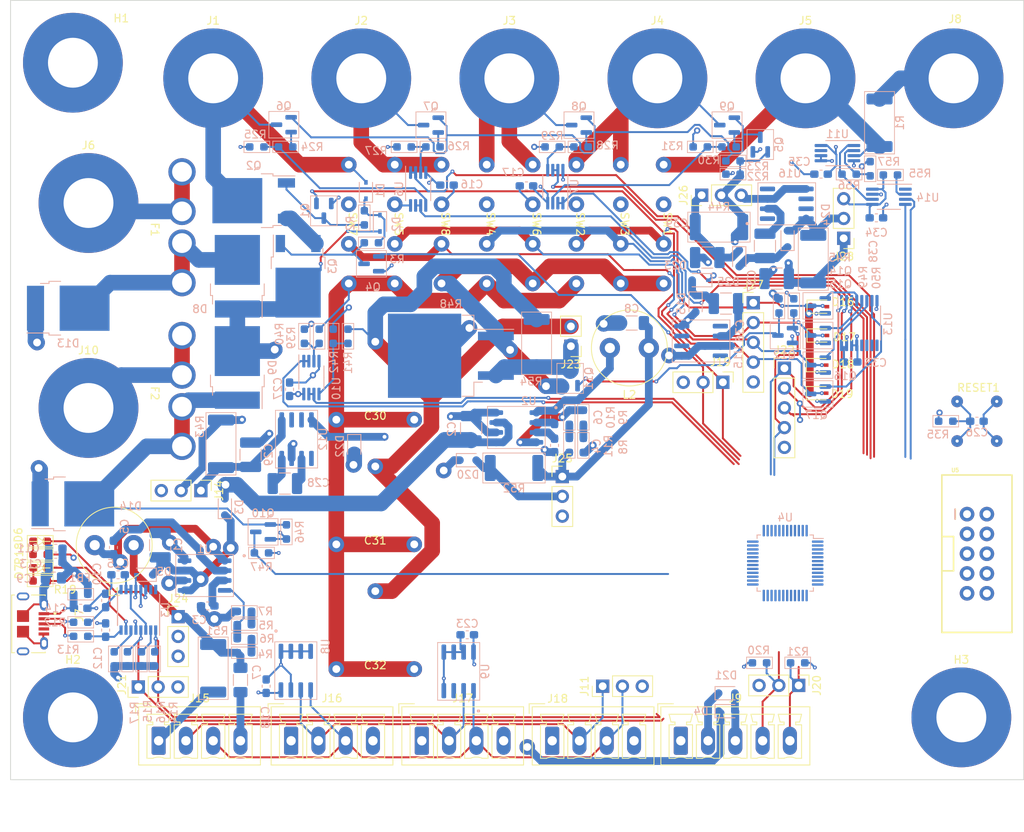
<source format=kicad_pcb>
(kicad_pcb (version 20221018) (generator pcbnew)
  (layers (0 "F.Cu" signal) (1 "In1.Cu" power "Supply.Cu") (2 "In2.Cu" power "Gnd.Cu") (31 "B.Cu" signal) (34 "B.Paste" user) (35 "F.Paste" user) (36 "B.SilkS" user "B.Silkscreen") (37 "F.SilkS" user "F.Silkscreen") (38 "B.Mask" user) (39 "F.Mask" user) (44 "Edge.Cuts" user))
  (net 0 "")
  (net 1 "/-5V")
  (net 2 "GND")
  (net 3 "Net-(U1-VCC)")
  (net 4 "Net-(U2-VCC)")
  (net 5 "Net-(U1-SW)")
  (net 6 "Net-(U1-BOOT)")
  (net 7 "Net-(U2-SW)")
  (net 8 "Net-(U2-BOOT)")
  (net 9 "Net-(U12-CAP+)")
  (net 10 "Net-(J24-Pin_1)")
  (net 11 "Net-(U3-USBDM)")
  (net 12 "/Battery Pack/PACK")
  (net 13 "Net-(J25-Pin_1)")
  (net 14 "/5V_USB")
  (net 15 "/3V3")
  (net 16 "/Battery Pack/CELL4_MINUS")
  (net 17 "/Battery Pack/CELL3_MINUS")
  (net 18 "/Battery Pack/CELL2_MINUS")
  (net 19 "Net-(U3-USBDP)")
  (net 20 "Net-(J7-VCC)")
  (net 21 "Net-(U3-3V3OUT)")
  (net 22 "Net-(D1-K)")
  (net 23 "Net-(D3-K)")
  (net 24 "Net-(D15-K)")
  (net 25 "Net-(D6-K)")
  (net 26 "Net-(D6-A)")
  (net 27 "Net-(D7-K)")
  (net 28 "Net-(D7-A)")
  (net 29 "/BALANCE_CAP_MINUS_RAW")
  (net 30 "/BALANCE_CAP_PLUS_RAW")
  (net 31 "Net-(J6-Pin_1)")
  (net 32 "/PACK_EXT")
  (net 33 "Net-(R4-Pad2)")
  (net 34 "Net-(J7-D-)")
  (net 35 "Net-(R5-Pad2)")
  (net 36 "Net-(R8-Pad2)")
  (net 37 "Net-(J7-D+)")
  (net 38 "Net-(R10-Pad2)")
  (net 40 "/MCU/UART_USB_RX")
  (net 41 "/MCU/UART_USB_TX")
  (net 42 "/Interconnect/UART_RX")
  (net 43 "Net-(J12-Pin_2)")
  (net 44 "/MCU/VDDA")
  (net 45 "Net-(Q1-D)")
  (net 46 "Net-(Q2-S)")
  (net 47 "Net-(Q3-G)")
  (net 48 "Net-(Q5-D)")
  (net 49 "Net-(Q6-D)")
  (net 50 "/MCU/NRST")
  (net 51 "Net-(Q7-D)")
  (net 52 "/MCU/LED1")
  (net 53 "Net-(Q8-D)")
  (net 54 "/MCU/LED2")
  (net 55 "Net-(Q9-D)")
  (net 56 "/MCU/LED3")
  (net 57 "Net-(U1-FB{slash}VOUT)")
  (net 58 "Net-(U2-FB{slash}VOUT)")
  (net 59 "Net-(U3-~{RTS})")
  (net 60 "/MCU/SCL")
  (net 61 "/MCU/SDA")
  (net 62 "Net-(U3-~{CTS})")
  (net 63 "Net-(U6B-+)")
  (net 64 "Net-(U6A-+)")
  (net 65 "Net-(U7B-+)")
  (net 66 "Net-(U7A-+)")
  (net 67 "Net-(U4-BOOT0)")
  (net 68 "/5V_EXT")
  (net 69 "/MCU/SWDIO")
  (net 70 "/MCU/SWCLK")
  (net 81 "/Interconnect/UART_TX")
  (net 82 "Net-(J10-Pin_1)")
  (net 83 "Net-(U12-CAP-)")
  (net 86 "/5V")
  (net 87 "/Cell Balancing/CELL1")
  (net 88 "/Cell Balancing/CELL2")
  (net 89 "/Cell Balancing/CELL3")
  (net 92 "/Cell Measurement/CELL3")
  (net 93 "/Cell Measurement/CELL4")
  (net 94 "/Cell Measurement/CELL1")
  (net 95 "/Cell Measurement/CELL2")
  (net 100 "/Cell Balancing/CELL4")
  (net 101 "Net-(U10A-+)")
  (net 102 "/Battery Pack/CELL1_MINUS")
  (net 103 "/Cell Measurement/BALANCE_CAP_PLUS")
  (net 104 "/Cell Measurement/BALANCE_CAP_MINUS")
  (net 105 "/CHARGE")
  (net 106 "/DISCHARGE")
  (net 107 "/EN_CELL_BALANCING")
  (net 108 "/CELL_BALANCING_A0")
  (net 109 "/CELL_BALANCING_A1")
  (net 110 "/LIMIT_BALANCING_CURRENT")
  (net 111 "Net-(J23-Pin_1)")
  (net 112 "/Battery Pack/CHARGE_AVAILABLE")
  (net 113 "Net-(Q11-G)")
  (net 114 "Net-(Q11-S)")
  (net 115 "Net-(Q14-G)")
  (net 116 "Net-(Q15-G)")
  (net 117 "Net-(Q16-G)")
  (net 118 "Net-(Q17-G)")
  (net 119 "Net-(J14-Pin_1)")
  (net 120 "Net-(U15-CAP+)")
  (net 121 "Net-(U14-ROSC)")
  (net 122 "/Cell Measurement/CURRENT_SENSE")
  (net 128 "Net-(U11A--)")
  (net 129 "Net-(U10B-+)")
  (net 132 "Net-(D20-A)")
  (net 133 "/Power Supply/9V4")
  (net 134 "Net-(D24-K)")
  (net 135 "Net-(U16-CAP+)")
  (net 136 "Net-(D25-K)")
  (net 137 "Net-(D24-A)")
  (net 138 "/18V")
  (net 150 "Net-(D13-K)")
  (net 151 "Net-(D14-K)")
  (footprint "benediktibk:KEYSTONE_blade_fus_holder" (layer "F.Cu") (at 40.41 49.11 -90)
    (fp_text reference "F1")
    (fp_text value "20A")
  )
  (footprint "benediktibk:R_0603_1608Metric_Pad0.98x0.95mm_HandSolder" (layer "F.Cu") (at 23.8 94.5 180)
    (fp_text reference "R19")
    (fp_text value "120Ohm")
  )
  (footprint "benediktibk:SIL05-1A72-BV669" (layer "F.Cu") (at 87 48.7 -90)
    (fp_text reference "SW6")
    (fp_text value "CELL3_MINUS")
  )
  (footprint "benediktibk:rspro_header_5pin_3_5mm" (layer "F.Cu") (at 106 115)
    (fp_text reference "J9")
    (fp_text value "rspro_header_5pin_3_5mm")
  )
  (footprint "benediktibk:D_SOD-323" (layer "F.Cu") (at 123.7 63)
    (fp_text reference "D17")
    (fp_text value "BAS416")
  )
  (footprint "benediktibk:rspro_header_4pin_3_5mm" (layer "F.Cu") (at 89.5 115)
    (fp_text reference "J18")
    (fp_text value "TEMP_CELL4")
  )
  (footprint "benediktibk:D_0603_1608Metric_Pad1.05x0.95mm_HandSolder" (layer "F.Cu") (at 23.8 92.8 180)
    (fp_text reference "D7")
    (fp_text value "UART_RX")
  )
  (footprint "benediktibk:rspro_header_4pin_3_5mm" (layer "F.Cu") (at 39 115)
    (fp_text reference "J15")
    (fp_text value "TEMP_CELL1")
  )
  (footprint "benediktibk:Connector_M6" (layer "F.Cu") (at 122 30)
    (fp_text reference "J5")
    (fp_text value "CELL1_MINUS")
  )
  (footprint "benediktibk:D_0603_1608Metric_Pad1.05x0.95mm_HandSolder" (layer "F.Cu") (at 23.8 89.4 180)
    (fp_text reference "D6")
    (fp_text value "UART_TX")
  )
  (footprint "benediktibk:PinHeader_1x03_P2.54mm_Vertical" (layer "F.Cu") (at 111.4 69 -90)
    (fp_text reference "J19")
    (fp_text value "CHARGE/DISCHARGE")
  )
  (footprint "benediktibk:SIL05-1A72-BV669" (layer "F.Cu") (at 98.3 48.7 -90)
    (fp_text reference "SW3")
    (fp_text value "CELL2_MINUS")
  )
  (footprint "benediktibk:KEYSTONE_blade_fus_holder" (layer "F.Cu") (at 40.41 70.11 -90)
    (fp_text reference "F2")
    (fp_text value "20A")
  )
  (footprint "benediktibk:TMG1-01" (layer "F.Cu") (at 144 74 180)
    (fp_text reference "RESET1")
    (fp_text value "TMG1-01")
  )
  (footprint "benediktibk:vishay_super_cap_form_g" (layer "F.Cu") (at 66.8 105.8)
    (fp_text reference "C32")
    (fp_text value "90F")
  )
  (footprint "benediktibk:D_SOD-323" (layer "F.Cu") (at 123.6 66.8)
    (fp_text reference "D18")
    (fp_text value "BAS416")
  )
  (footprint "benediktibk:Connector_M6" (layer "F.Cu") (at 46 30)
    (fp_text reference "J1")
    (fp_text value "CELL4_PLUS")
  )
  (footprint "benediktibk:Connector_M6" (layer "F.Cu") (at 30 72.3)
    (fp_text reference "J10")
    (fp_text value "VBAT+_CHARGE")
  )
  (footprint "benediktibk:L_Radial_D9.5mm_P5.00mm_Fastron_07HVP" (layer "F.Cu") (at 35.8 89.9 180)
    (fp_text reference "L1")
    (fp_text value "22uH")
  )
  (footprint "benediktibk:D_SOD-323" (layer "F.Cu") (at 123.6 70.4)
    (fp_text reference "D19")
    (fp_text value "BAS416")
  )
  (footprint "benediktibk:vishay_super_cap_form_g" (layer "F.Cu") (at 66.8 73.8)
    (fp_text reference "C30")
    (fp_text value "90F")
  )
  (footprint "benediktibk:SIL05-1A72-BV669" (layer "F.Cu") (at 103.8 48.7 -90)
    (fp_text reference "SW1")
    (fp_text value "CELL1_MINUS")
  )
  (footprint "benediktibk:PinHeader_1x05_P2.54mm_Vertical" (layer "F.Cu") (at 119.3 67.2)
    (fp_text reference "J22")
    (fp_text value "BALANCE_INPUTS")
  )
  (footprint "benediktibk:PinHeader_1x03_P2.54mm_Vertical" (layer "F.Cu") (at 95.975 108 90)
    (fp_text reference "J11")
    (fp_text value "I2C")
  )
  (footprint "benediktibk:rspro_header_4pin_3_5mm" (layer "F.Cu") (at 72.7675 115)
    (fp_text reference "J17")
    (fp_text value "TEMP_CELL3")
  )
  (footprint "benediktibk:vishay_super_cap_form_g" (layer "F.Cu") (at 66.8 89.8)
    (fp_text reference "C31")
    (fp_text value "90F")
  )
  (footprint "benediktibk:PinHeader_1x02_P2.54mm_Vertical" (layer "F.Cu") (at 91.9 64.375 180)
    (fp_text reference "J23")
    (fp_text value "BALANCE_CURRENT")
  )
  (footprint "benediktibk:rspro_header_4pin_3_5mm" (layer "F.Cu") (at 56 115)
    (fp_text reference "J16")
    (fp_text value "TEMP_CELL2")
  )
  (footprint "benediktibk:PinHeader_1x03_P2.54mm_Vertical" (layer "F.Cu") (at 36.4 108.1 90)
    (fp_text reference "J21")
    (fp_text value "UART_USB")
  )
  (footprint "benediktibk:PinHeader_1x03_P2.54mm_Vertical" (layer "F.Cu") (at 44.425 82.9 -90)
    (fp_text reference "J14")
    (fp_text value "-5V")
  )
  (footprint "benediktibk:Connector_M6" (layer "F.Cu") (at 30 46)
    (fp_text reference "J6")
    (fp_text value "VBAT+")
  )
  (footprint "benediktibk:PinHeader_1x03_P2.54mm_Vertical" (layer "F.Cu") (at 41.5 99.075)
    (fp_text reference "J24")
    (fp_text value "3V3")
  )
  (footprint "benediktibk:R_0603_1608Metric_Pad0.98x0.95mm_HandSolder" (layer "F.Cu") (at 23.8 91.1 180)
    (fp_text reference "R18")
    (fp_text value "120Ohm")
  )
  (footprint "benediktibk:Connector_M6" (layer "F.Cu") (at 84 30)
    (fp_text reference "J3")
    (fp_text value "CELL3_MINUS")
  )
  (footprint "benediktibk:PinHeader_1x03_P2.54mm_Vertical" (layer "F.Cu") (at 121.125 107.9 -90)
    (fp_text reference "J20")
    (fp_text value "UART_INTERCONNECT")
  )
  (footprint "MountingHole:MountingHole_6.4mm_M6_Pad" (layer "F.Cu") (at 28 112)
    (fp_text reference "H2")
    (fp_text value "MountingHole_Pad")
  )
  (footprint "MountingHole:MountingHole_6.4mm_M6_Pad" (layer "F.Cu") (at 142 112)
    (fp_text reference "H3")
    (fp_text value "MountingHole_Pad")
  )
  (footprint "benediktibk:SIL05-1A72-BV669" (layer "F.Cu") (at 92.6 48.7 -90)
    (fp_text reference "SW2")
    (fp_text value "CELL1_PLUS")
  )
  (footprint "benediktibk:ARM-JTAG-10-SWD-IDC" (layer "F.Cu") (at 144 91)
    (fp_text reference "U5")
    (fp_text value "ARM-JTAG-SWD")
  )
  (footprint "benediktibk:Connector_M6" (layer "F.Cu") (at 65 30)
    (fp_text reference "J2")
    (fp_text value "CELL4_MINUS")
  )
  (footprint "benediktibk:L_Radial_D9.5mm_P5.00mm_Fastron_07HVP" (layer "F.Cu") (at 101.9 64.6 180)
    (fp_text reference "L2")
    (fp_text value "22uH")
  )
  (footprint "benediktibk:D_SOD-323" (layer "F.Cu") (at 123.7 59.3)
    (fp_text reference "D16")
    (fp_text value "BAS416")
  )
  (footprint "benediktibk:PinHeader_1x03_P2.54mm_Vertical" (layer "F.Cu") (at 108.675 45 90)
    (fp_text reference "J26")
    (fp_text value "18V")
  )
  (footprint "benediktibk:AMPHENOL_10118194-0001LF" (layer "F.Cu") (at 21.6 100 -90)
    (fp_text reference "J7")
    (fp_text value "AMPHENOL_micro_usb_10118194-0001LF")
  )
  (footprint "benediktibk:Connector_M6" (layer "F.Cu") (at 141 30)
    (fp_text reference "J8")
    (fp_text value "VBAT-")
  )
  (footprint "benediktibk:PinHeader_1x05_P2.54mm_Vertical" (layer "F.Cu") (at 115.3 58.8)
    (fp_text reference "J27")
    (fp_text value "BALANCE_CONTROL")
  )
  (footprint "benediktibk:SIL05-1A72-BV669" (layer "F.Cu") (at 63.4 48.7 -90)
    (fp_text reference "SW7")
    (fp_text value "CELL4_PLUS")
  )
  (footprint "benediktibk:SIL05-1A72-BV669" (layer "F.Cu") (at 75.3 48.7 -90)
    (fp_text reference "SW8")
    (fp_text value "CELL4_MINUS")
  )
  (footprint "benediktibk:Connector_M6" (layer "F.Cu") (at 103 30)
    (fp_text reference "J4")
    (fp_text value "CELL2_MINUS")
  )
  (footprint "MountingHole:MountingHole_6.4mm_M6_Pad" (layer "F.Cu") (at 28 28)
    (fp_text reference "H1")
    (fp_text value "MountingHole_Pad")
  )
  (footprint "benediktibk:PinHeader_1x03_P2.54mm_Vertical" (layer "F.Cu") (at 126.9 50.525 180)
    (fp_text reference "J28")
    (fp_text value "9V4")
  )
  (footprint "benediktibk:SIL05-1A72-BV669" (layer "F.Cu") (at 69.3 48.7 -90)
    (fp_text reference "SW5")
    (fp_text value "CELL3_PLUS")
  )
  (footprint "benediktibk:SIL05-1A72-BV669" (layer "F.Cu") (at 81.1 48.7 -90)
    (fp_text reference "SW4")
    (fp_text value "CELL2_PLUS")
  )
  (footprint "benediktibk:PinHeader_1x03_P2.54mm_Vertical" (layer "F.Cu") (at 90.8 81.1)
    (fp_text reference "J25")
    (fp_text value "5V")
  )
  (footprint "benediktibk:MSOP-8_3x3mm_P0.65mm" (layer "B.Cu") (at 58.6 68.4 -90)
    (fp_text reference "U10")
    (fp_text value "LM2904M8-13")
  )
  (footprint "benediktibk:R_0603_1608Metric_Pad0.98x0.95mm_HandSolder" (layer "B.Cu") (at 120.5 59.2 -90)
    (fp_text reference "R50")
    (fp_text value "10kOhm")
  )
  (footprint "benediktibk:R_0603_1608Metric_Pad0.98x0.95mm_HandSolder" (layer "B.Cu") (at 89.5 38.8 180)
    (fp_text reference "R29")
    (fp_text value "68kOhm")
  )
  (footprint "benediktibk:SBR2065D1" (layer "B.Cu") (at 49.1 67.1 90)
    (fp_text reference "D9")
    (fp_text value "SBR2065D1")
  )
  (footprint "benediktibk:C_0603_1608Metric_Pad1.08x0.95mm_HandSolder" (layer "B.Cu") (at 86.2 43.8)
    (fp_text reference "C17")
    (fp_text value "1uF")
  )
  (footprint "benediktibk:R_0603_1608Metric_Pad0.98x0.95mm_HandSolder" (layer "B.Cu") (at 52.2 90.9 180)
    (fp_text reference "R47")
    (fp_text value "10kOhm")
  )
  (footprint "benediktibk:C_0603_1608Metric_Pad1.08x0.95mm_HandSolder" (layer "B.Cu") (at 144 74)
    (fp_text reference "C26")
    (fp_text value "100nF")
  )
  (footprint "benediktibk:SOT-23" (layer "B.Cu") (at 73.9375 36 180)
    (fp_text reference "Q7")
    (fp_text value "BS250FTA")
  )
  (footprint "benediktibk:R_0603_1608Metric_Pad0.98x0.95mm_HandSolder" (layer "B.Cu") (at 74.2 38.8 180)
    (fp_text reference "R26")
    (fp_text value "100kOhm")
  )
  (footprint "benediktibk:C_0603_1608Metric_Pad1.08x0.95mm_HandSolder" (layer "B.Cu") (at 131.1 47.9 180)
    (fp_text reference "C34")
    (fp_text value "1uF")
  )
  (footprint "benediktibk:D_SOD-323" (layer "B.Cu") (at 119.7 50.6 90)
    (fp_text reference "D24")
    (fp_text value "BAT54WS")
  )
  (footprint "benediktibk:SOT-23" (layer "B.Cu") (at 91.8 68.5 90)
    (fp_text reference "Q11")
    (fp_text value "DMN3404L")
  )
  (footprint "benediktibk:C_0805_2012Metric_Pad1.18x1.45mm_HandSolder" (layer "B.Cu") (at 25.5 94.1 180)
    (fp_text reference "C9")
    (fp_text value "4.7uF")
  )
  (footprint "benediktibk:SOIC-8_3.9x4.9mm_P1.27mm" (layer "B.Cu") (at 108.6 63.7 180)
    (fp_text reference "U15")
    (fp_text value "ICL7660")
  )
  (footprint "benediktibk:MSOP-8_3x3mm_P0.65mm" (layer "B.Cu") (at 126.1 39.6 180)
    (fp_text reference "U11")
    (fp_text value "LM2904M8-13")
  )
  (footprint "benediktibk:C_0603_1608Metric_Pad1.08x0.95mm_HandSolder" (layer "B.Cu") (at 89.8 77.1 -90)
    (fp_text reference "C4")
    (fp_text value "1uF")
  )
  (footprint "benediktibk:C_0603_1608Metric_Pad1.08x0.95mm_HandSolder" (layer "B.Cu") (at 127.8 66.4)
    (fp_text reference "C33")
    (fp_text value "100nF")
  )
  (footprint "benediktibk:D_SOD-323" (layer "B.Cu") (at 107.9 58.9 -90)
    (fp_text reference "D15")
    (fp_text value "BAT54WS")
  )
  (footprint "benediktibk:C_1210_3225Metric_Pad1.33x2.70mm_HandSolder" (layer "B.Cu") (at 111.8 58.9)
    (fp_text reference "C36")
    (fp_text value "10uF")
  )
  (footprint "benediktibk:R_0603_1608Metric_Pad0.98x0.95mm_HandSolder" (layer "B.Cu") (at 91.7 77.1 90)
    (fp_text reference "R8")
    (fp_text value "390kOhm")
  )
  (footprint "benediktibk:R_0603_1608Metric_Pad0.98x0.95mm_HandSolder" (layer "B.Cu") (at 112.7 40.6 180)
    (fp_text reference "R23")
    (fp_text value "220kOhm")
  )
  (footprint "benediktibk:R_0603_1608Metric_Pad0.98x0.95mm_HandSolder" (layer "B.Cu") (at 91.7 73.5 90)
    (fp_text reference "R9")
    (fp_text value "10kOhm")
  )
  (footprint "benediktibk:R_0603_1608Metric_Pad0.98x0.95mm_HandSolder" (layer "B.Cu") (at 59.6 63.1 -90)
    (fp_text reference "R39")
    (fp_text value "100kOhm")
  )
  (footprint "benediktibk:C_0603_1608Metric_Pad1.08x0.95mm_HandSolder" (layer "B.Cu") (at 29 98)
    (fp_text reference "C14")
    (fp_text value "10nF")
  )
  (footprint "benediktibk:C_1210_3225Metric_Pad1.33x2.70mm_HandSolder" (layer "B.Cu") (at 39.2 89.9 90)
    (fp_text reference "C1")
    (fp_text value "10uF")
  )
  (footprint "benediktibk:C_0603_1608Metric_Pad1.08x0.95mm_HandSolder" (layer "B.Cu") (at 32.2 97 90)
    (fp_text reference "C10")
    (fp_text value "47pF")
  )
  (footprint "benediktibk:R_0603_1608Metric_Pad0.98x0.95mm_HandSolder" (layer "B.Cu") (at 50 100.1)
    (fp_text reference "R5")
    (fp_text value "100kOhm")
  )
  (footprint "benediktibk:R_0603_1608Metric_Pad0.98x0.95mm_HandSolder" (layer "B.Cu") (at 93.2 38.8 180)
    (fp_text reference "R28")
    (fp_text value "100kOhm")
  )
  (footprint "benediktibk:C_0603_1608Metric_Pad1.08x0.95mm_HandSolder" (layer "B.Cu") (at 52.8 108 90)
    (fp_text reference "C18")
    (fp_text value "100nF")
  )
  (footprint "benediktibk:R_0603_1608Metric_Pad0.98x0.95mm_HandSolder" (layer "B.Cu") (at 112.7 42.3 180)
    (fp_text reference "R22")
    (fp_text value "220kOhm")
  )
  (footprint "benediktibk:R_0603_1608Metric_Pad0.98x0.95mm_HandSolder" (layer "B.Cu") (at 55.3 38.8 180)
    (fp_text reference "R24")
    (fp_text value "100kOhm")
  )
  (footprint "benediktibk:SOIC-8_3.9x4.9mm_P1.27mm" (layer "B.Cu") (at 77.5 106.1 90)
    (fp_text reference "U9")
    (fp_text value "NCT75DR2G")
  )
  (footprint "benediktibk:TO-252-2" (layer "B.Cu") (at 51.2 45.7 180)
    (fp_text reference "Q2")
    (fp_text value "TJ40S04M3L")
  )
  (footprint "benediktibk:R_0603_1608Metric_Pad0.98x0.95mm_HandSolder" (layer "B.Cu") (at 121 105 180)
    (fp_text reference "R21")
    (fp_text value "10kOhm")
  )
  (footprint "benediktibk:R_0603_1608Metric_Pad0.98x0.95mm_HandSolder" (layer "B.Cu") (at 61.4 63.1 90)
    (fp_text reference "R42")
    (fp_text value "24kOhm")
  )
  (footprint "benediktibk:SOT-23" (layer "B.Cu") (at 119.4 63 180)
    (fp_text reference "Q12")
    (fp_text value "DMN3730U")
  )
  (footprint "benediktibk:R_0603_1608Metric_Pad0.98x0.95mm_HandSolder" (layer "B.Cu") (at 50 101.9 180)
    (fp_text reference "R6")
    (fp_text value "10kOhm")
  )
  (footprint "benediktibk:R_0603_1608Metric_Pad0.98x0.95mm_HandSolder" (layer "B.Cu") (at 29 96.2)
    (fp_text reference "FB1")
    (fp_text value "BLM18P")
  )
  (footprint "benediktibk:D_SOD-323" (layer "B.Cu") (at 47.5 85 90)
    (fp_text reference "D3")
    (fp_text value "BAT54WS")
  )
  (footprint "benediktibk:R_0603_1608Metric_Pad0.98x0.95mm_HandSolder" (layer "B.Cu") (at 36.8 104.5 90)
    (fp_text reference "R16")
    (fp_text value "10kOhm")
  )
  (footprint "benediktibk:R_0603_1608Metric_Pad0.98x0.95mm_HandSolder" (layer "B.Cu") (at 50 98.4 180)
    (fp_text reference "R7")
    (fp_text value "39kOhm")
  )
  (footprint "benediktibk:C_0603_1608Metric_Pad1.08x0.95mm_HandSolder" (layer "B.Cu") (at 55.8 69.9 90)
    (fp_text reference "C27")
    (fp_text value "1uF")
  )
  (footprint "benediktibk:R_2512_6332Metric_Pad1.40x3.35mm_HandSolder" (layer "B.Cu") (at 131.5 35.7 90)
    (fp_text reference "R1")
    (fp_text value "2mOhm")
  )
  (footprint "benediktibk:TSSOP-16_4.4x5mm_P0.65mm" (layer "B.Cu") (at 128.9 61.4 -90)
    (fp_text reference "U13")
    (fp_text value "MC74VHC139")
  )
  (footprint "benediktibk:D_SOD-323" (layer "B.Cu") (at 67.4 48.6 -90)
    (fp_text reference "D2")
    (fp_text value "BAT54WS")
  )
  (footprint "benediktibk:SOT-23" (layer "B.Cu") (at 123.6 66.8 180)
    (fp_text reference "Q16")
    (fp_text value "DMN3730U")
  )
  (footprint "benediktibk:R_0603_1608Metric_Pad0.98x0.95mm_HandSolder" (layer "B.Cu") (at 132.9 42.4 180)
    (fp_text reference "R55")
    (fp_text value "200kOhm")
  )
  (footprint "benediktibk:R_0603_1608Metric_Pad0.98x0.95mm_HandSolder" (layer "B.Cu") (at 51.6 38.8 180)
    (fp_text reference "R25")
    (fp_text value "24kOhm")
  )
  (footprint "benediktibk:SOT-23" (layer "B.Cu") (at 60.2 47 -90)
    (fp_text reference "Q1")
    (fp_text value "DMN3730U")
  )
  (footprint "benediktibk:D_SOD-323" (layer "B.Cu") (at 111.9 108.9)
    (fp_text reference "D21")
    (fp_text value "BAT54WS")
  )
  (footprint "benediktibk:R_2512_6332Metric_Pad1.40x3.35mm_HandSolder" (layer "B.Cu") (at 46 105.7 90)
    (fp_text reference "R51")
    (fp_text value "2mOhm")
  )
  (footprint "benediktibk:C_1210_3225Metric_Pad1.33x2.70mm_HandSolder" (layer "B.Cu") (at 55.2 82 180)
    (fp_text reference "C28")
    (fp_text value "10uF")
  )
  (footprint "benediktibk:R_0603_1608Metric_Pad0.98x0.95mm_HandSolder" (layer "B.Cu") (at 140 74)
    (fp_text reference "R35")
    (fp_text value "10kOhm")
  )
  (footprint "benediktibk:MSOP-8_3x3mm_P0.65mm" (layer "B.Cu") (at 72.3 44.2 -90)
    (fp_text reference "U6")
    (fp_text value "LM2904M8-13")
  )
  (footprint "benediktibk:R_2512_6332Metric_Pad1.40x3.35mm_HandSolder" (layer "B.Cu") (at 84.6 80)
    (fp_text reference "R52")
    (fp_text value "2mOhm")
  )
  (footprint "benediktibk:R_0603_1608Metric_Pad0.98x0.95mm_HandSolder" (layer "B.Cu") (at 118.6 59.2 -90)
    (fp_text reference "R49")
    (fp_text value "220kOhm")
  )
  (footprint "benediktibk:C_0603_1608Metric_Pad1.08x0.95mm_HandSolder" (layer "B.Cu") (at 45.3 97.7 180)
    (fp_text reference "C3")
    (fp_text value "1uF")
  )
  (footprint "benediktibk:R_0603_1608Metric_Pad0.98x0.95mm_HandSolder" (layer "B.Cu") (at 112.2 38.8 180)
    (fp_text reference "R30")
    (fp_text value "24kOhm")
  )
  (footprint "benediktibk:R_0603_1608Metric_Pad0.98x0.95mm_HandSolder" (layer "B.Cu") (at 50 103.7)
    (fp_text reference "R4")
    (fp_text value "390kOhm")
  )
  (footprint "benediktibk:C_1206_3216Metric_Pad1.33x1.80mm_HandSolder" (layer "B.Cu") (at 99.7 61.4 180)
    (fp_text reference "C8")
    (fp_text value "47uF")
  )
  (footprint "benediktibk:SOT-23" (layer "B.Cu") (at 52.4 88.2 180)
    (fp_text reference "Q10")
    (fp_text value "DMN3730U")
  )
  (footprint "benediktibk:R_0603_1608Metric_Pad0.98x0.95mm_HandSolder" (layer "B.Cu") (at 130.3 41.6 90)
    (fp_text reference "R57")
    (fp_text value "10kOhm")
  )
  (footprint "benediktibk:SOT-23" (layer "B.Cu") (at 55.0625 35.95 180)
    (fp_text reference "Q6")
    (fp_text value "BS250FTA")
  )
  (footprint "benediktibk:C_0603_1608Metric_Pad1.08x0.95mm_HandSolder" (layer "B.Cu") (at 78.6 101.4 180)
    (fp_text reference "C23")
    (fp_text value "100nF")
  )
  (footprint "benediktibk:R_0603_1608Metric_Pad0.98x0.95mm_HandSolder" (layer "B.Cu") (at 65.4 47.9 -90)
    (fp_text reference "R2")
    (fp_text value "220kOhm")
  )
  (footprint "benediktibk:SBR2065D1" (layer "B.Cu") (at 49.1 55.4 90)
    (fp_text reference "D8")
    (fp_text value "SBR2065D1")
  )
  (footprint "benediktibk:TO-263-resistor" (layer "B.Cu") (at 76.5 65.6 180)
    (fp_text reference "R48")
    (fp_text value "4Ohm")
  )
  (footprint "benediktibk:SOIC-8_3.9x4.9mm_P1.27mm" (layer "B.Cu") (at 56.7 76.3 90)
    (fp_text reference "U12")
    (fp_text value "ICL7660")
  )
  (footprint "benediktibk:C_0603_1608Metric_Pad1.08x0.95mm_HandSolder" (layer "B.Cu") (at 32.2 100.8 90)
    (fp_text reference "C12")
    (fp_text value "47pF")
  )
  (footprint "benediktibk:C_1210_3225Metric_Pad1.33x2.70mm_HandSolder" (layer "B.Cu") (at 118.3 55.7 180)
    (fp_text reference "C37")
    (fp_text value "10uF")
  )
  (footprint "benediktibk:C_0603_1608Metric_Pad1.08x0.95mm_HandSolder" (layer "B.Cu") (at 124 42.3 180)
    (fp_text reference "C35")
    (fp_text value "1uF")
  )
  (footprint "benediktibk:SO-8_3.9x4.9mm_P1.27mm" (layer "B.Cu") (at 44.9 93.8 180)
    (fp_text reference "U1")
    (fp_text value "L6982C33DR")
  )
  (footprint "benediktibk:D_SOD-323" (layer "B.Cu") (at 108.5 55.9 180)
    (fp_text reference "D23")
    (fp_text value "BAT54WS")
  )
  (footprint "benediktibk:D_SOD-323" (layer "B.Cu") (at 65.6 44.4 90)
    (fp_text reference "D1")
    (fp_text value "BAT54WS")
  )
  (footprint "benediktibk:R_0603_1608Metric_Pad0.98x0.95mm_HandSolder" (layer "B.Cu") (at 93.5 73.5 -90)
    (fp_text reference "R10")
    (fp_text value "43kOhm")
  )
  (footprint "benediktibk:MSOP-8_3x3mm_P0.65mm" (layer "B.Cu") (at 89.9 43.9 90)
    (fp_text reference "U7")
    (fp_text value "LM2904M8-13")
  )
  (footprint "benediktibk:C_0603_1608Metric_Pad1.08x0.95mm_HandSolder" (layer "B.Cu") (at 25.8 92.1 180)
    (fp_text reference "C13")
    (fp_text value "100nF")
  )
  (footprint "benediktibk:C_1210_3225Metric_Pad1.33x2.70mm_HandSolder" (layer "B.Cu") (at 50.8 78.3 90)
    (fp_text reference "C29")
    (fp_text value "10uF")
  )
  (footprint "benediktibk:SO-8_3.9x4.9mm_P1.27mm" (layer "B.Cu") (at 84.9 74.8 180)
    (fp_text reference "U2")
    (fp_text value "L6982C33DR")
  )
  (footprint "benediktibk:SOT-23" (layer "B.Cu") (at 116.2 38.5 90)
    (fp_text reference "Q5")
    (fp_text value "DMN3730U")
  )
  (footprint "benediktibk:R_0603_1608Metric_Pad0.98x0.95mm_HandSolder" (layer "B.Cu") (at 66.3 51.1 180)
    (fp_text reference "R3")
    (fp_text value "220kOhm")
  )
  (footprint "benediktibk:SOT-23" (layer "B.Cu") (at 66.3 53.8 180)
    (fp_text reference "Q4")
    (fp_text value "DMN3730U")
  )
  (footprint "benediktibk:SOIC-8_3.9x4.9mm_P1.27mm" (layer "B.Cu") (at 119.6 46.1)
    (fp_text reference "U16")
    (fp_text value "ICL7660")
  )
  (footprint "benediktibk:SOT-23" (layer "B.Cu") (at 123.6 70.5 180)
    (fp_text reference "Q17")
    (fp_text value "DMN3730U")
  )
  (footprint "benediktibk:D_SOD-323" (layer "B.Cu") (at 78.7 79)
    (fp_text reference "D20")
    (fp_text value "BAT54WS")
  )
  (footprint "benediktibk:C_0603_1608Metric_Pad1.08x0.95mm_HandSolder" (layer "B.Cu") (at 76 43.7 180)
    (fp_text reference "C16")
    (fp_text value "1uF")
  )
  (footprint "benediktibk:R_0603_1608Metric_Pad0.98x0.95mm_HandSolder" (layer "B.Cu") (at 55.4 88.2 -90)
    (fp_text reference "R46")
    (fp_text value "10kOhm")
  )
  (footprint "benediktibk:R_2512_6332Metric_Pad1.40x3.35mm_HandSolder" (layer "B.Cu") (at 47 76.9 -90)
    (fp_text reference "R43")
    (fp_text value "2mOhm")
  )
  (footprint "benediktibk:C_0603_1608Metric_Pad1.08x0.95mm_HandSolder" (layer "B.Cu") (at 33.2 90.2 90)
    (fp_text reference "C5")
    (fp_text value "100nF")
  )
  (footprint "benediktibk:R_0603_1608Metric_Pad0.98x0.95mm_HandSolder" (layer "B.Cu") (at 116.1 105)
    (fp_text reference "R20")
    (fp_text value "10kOhm")
  )
  (footprint "benediktibk:R_0603_1608Metric_Pad0.98x0.95mm_HandSolder" (layer "B.Cu") (at 108.5 38.8 180)
    (fp_text reference "R31")
    (fp_text value "100kOhm")
  )
  (footprint "benediktibk:C_1210_3225Metric_Pad1.33x2.70mm_HandSolder" (layer "B.Cu") (at 79.1 74.9 90)
    (fp_text reference "C2")
    (fp_text value "10uF")
  )
  (footprint "benediktibk:R_0603_1608Metric_Pad0.98x0.95mm_HandSolder" (layer "B.Cu") (at 33.3 104.5 90)
    (fp_text reference "R17")
    (fp_text value "10kOhm")
  )
  (footprint "benediktibk:R_0603_1608Metric_Pad0.98x0.95mm_HandSolder" (layer "B.Cu") (at 127.6 42.3)
    (fp_text reference "R56")
    (fp_text value "100kOhm")
  )
  (footprint "benediktibk:SOT-23" (layer "B.Cu") (at 111.9375 36 180)
    (fp_text reference "Q9")
    (fp_text value "BS250FTA")
  )
  (footprint "benediktibk:D_SOD-323" (layer "B.Cu") (at 37.2 93.7 180)
    (fp_text reference "D5")
    (fp_text value "BAT54WS")
  )
  (footprint "benediktibk:R_0603_1608Metric_Pad0.98x0.95mm_HandSolder" (layer "B.Cu") (at 29 99.8 180)
    (fp_text reference "R12")
    (fp_text value "27Ohm")
  )
  (footprint "benediktibk:R_0603_1608Metric_Pad0.98x0.95mm_HandSolder" (layer "B.Cu") (at 29 101.6 180)
    (fp_text reference "R13")
    (fp_text value "27Ohm")
  )
  (footprint "benediktibk:C_1210_3225Metric_Pad1.33x2.70mm_HandSolder" (layer "B.Cu") (at 116.8 51.5 90)
    (fp_text reference "C38")
    (fp_text value "10uF")
  )
  (footprint "benediktibk:SOT-23" (layer "B.Cu") (at 123.6 63 180)
    (fp_text reference "Q15")
    (fp_text value "DMN3730U")
  )
  (footprint "benediktibk:LQFP-48_7x7mm_P0.5mm" (layer "B.Cu") (at 119.4 92.2 180)
    (fp_text reference "U4")
    (fp_text value "STM32L071CZTx")
  )
  (footprint "benediktibk:SSOP-16_3.9x4.9mm_P0.635mm" (layer "B.Cu") (at 36.4 98.2 90)
    (fp_text reference "U3")
    (fp_text value "FT230XS")
  )
  (footprint "benediktibk:SOT-23" (layer "B.Cu") (at 123.6 59.2 180)
    (fp_text reference "Q14")
    (fp_text value "DMN3730U")
  )
  (footprint "benediktibk:SOIC-8_3.9x4.9mm_P1.27mm" (layer "B.Cu") (at 56.6 106 -90)
    (fp_text reference "U8")
    (fp_text value "AT24C512C")
  )
  (footprint "benediktibk:C_0603_1608Metric_Pad1.08x0.95mm_HandSolder" (layer "B.Cu") (at 25.8 90.3 180)
    (fp_text reference "C11")
    (fp_text value "100nF")
  )
  (footprint "benediktibk:C_0603_1608Metric_Pad1.08x0.95mm_HandSolder" (layer "B.Cu") (at 89.8 73.5 -90)
    (fp_text reference "C6")
    (fp_text value "100nF")
  )
  (footprint "benediktibk:C_0603_1608Metric_Pad1.08x0.95mm_HandSolder" (layer "B.Cu") (at 33.8 93.7 180)
    (fp_text reference "C15")
    (fp_text value "100nF")
  )
  (footprint "benediktibk:R_0603_1608Metric_Pad0.98x0.95mm_HandSolder" (layer "B.Cu") (at 93.5 77.1 -90)
    (fp_text reference "R11")
    (fp_text value "39kOhm")
  )
  (footprint "benediktibk:MSOP-8_3x3mm_P0.65mm" (layer "B.Cu") (at 132.7 45.2 180)
    (fp_text reference "U14")
    (fp_text value "STC3100")
  )
  (footprint "benediktibk:R_2512_6332Metric_Pad1.40x3.35mm_HandSolder" (layer "B.Cu") (at 123 53.2 -90)
    (fp_text reference "R45")
    (fp_text value "2mOhm")
  )
  (footprint "benediktibk:C_1206_3216Metric_Pad1.33x1.80mm_HandSolder" (layer "B.Cu") (at 49.5 107.2 -90)
    (fp_text reference "C7")
    (fp_text value "47uF")
  )
  (footprint "benediktibk:R_0603_1608Metric_Pad0.98x0.95mm_HandSolder" (layer "B.Cu") (at 63.3 63.1 -90)
    (fp_text reference "R41")
    (fp_text value "100kOhm")
  )
  (footprint "benediktibk:R_0603_1608Metric_Pad0.98x0.95mm_HandSolder" (layer "B.Cu") (at 57.7 63.1 90)
    (fp_text reference "R40")
    (fp_text value "24kOhm")
  )
  (footprint "benediktibk:R_0603_1608Metric_Pad0.98x0.95mm_HandSolder" (layer "B.Cu") (at 35 104.5 90)
    (fp_text reference "R15")
    (fp_text value "10kOhm")
  )
  (footprint "benediktibk:TO-252-2" (layer "B.Cu") (at 56.9 55.4 -90)
    (fp_text reference "Q3")
    (fp_text value "TJ40S04M3L")
  )
  (footprint "benediktibk:D_SOD-323" (layer "B.Cu") (at 64.1 77.2 -90)
    (fp_text reference "D22")
    (fp_text value "BAT54WS")
  )
  (footprint "benediktibk:R_0603_1608Metric_Pad0.98x0.95mm_HandSolder" (layer "B.Cu") (at 38.5 104.5 90)
    (fp_text reference "R14")
    (fp_text value "10kOhm")
  )
  (footprint "benediktibk:R_2512_6332Metric_Pad1.40x3.35mm_HandSolder" (layer "B.Cu") (at 87.5 64 -90)
    (fp_text reference "R54")
    (fp_text value "2mOhm")
  )
  (footprint "benediktibk:SOT-23" (layer "B.Cu") (at 92.9375 36 180)
    (fp_text reference "Q8")
    (fp_text value "BS250FTA")
  )
  (footprint "benediktibk:SBR2065D1" (layer "B.Cu") (at 27.4 59.5)
    (fp_text reference "D13")
    (fp_text value "SBR2065D1")
  )
  (footprint "benediktibk:D_SOD-323" (layer "B.Cu") (at 113.5 53.1 -90)
    (fp_text reference "D25")
    (fp_text value "BAT54WS")
  )
  (footprint "benediktibk:D_SOD-323" (layer "B.Cu") (at 111.9 111.2)
    (fp_text reference "D4")
    (fp_text value "BAT54WS")
  )
  (footprint "benediktibk:R_0603_1608Metric_Pad0.98x0.95mm_HandSolder" (layer "B.Cu") (at 70.5 38.8 180)
    (fp_text reference "R27")
    (fp_text value "36kOhm")
  )
  (footprint "benediktibk:SBR2065D1" (layer "B.Cu") (at 28 84.6)
    (fp_text reference "D14")
    (fp_text value "SBR2065D1")
  )
  (footprint "benediktibk:R_2512_6332Metric_Pad1.40x3.35mm_HandSolder" (layer "B.Cu") (at 110.9 49.1 180)
    (fp_text reference "R44")
    (fp_text value "2mOhm")
  )
  (footprint "benediktibk:C_1210_3225Metric_Pad1.33x2.70mm_HandSolder" (layer "B.Cu") (at 109.4 53 180)
    (fp_text reference "C39")
    (fp_text value "10uF")
  )
  (gr_rect (start 20 20) (end 150 120) (stroke (width 0.1)) (fill none) (layer "Edge.Cuts"))
  (via (at 58.8 68.1) (size 0.8) (drill 0.4) (layers "F.Cu" "B.Cu") (net 1))
  (via (at 120.2 40.7) (size 0.5) (drill 0.2) (layers "F.Cu" "B.Cu") (net 1))
  (via (at 88 43.9) (size 0.5) (drill 0.2) (layers "F.Cu" "B.Cu") (net 1))
  (via (at 73.7 43.4) (size 0.5) (drill 0.2) (layers "F.Cu" "B.Cu") (net 1))
  (via (at 128.212483 41.187517) (size 0.5) (drill 0.2) (layers "F.Cu" "B.Cu") (net 1))
  (via (at 49.7 73.8) (size 1) (drill 0.5) (layers "F.Cu" "B.Cu") (net 1))
  (segment (start 59.575 66.2875) (end 59.575 67.325) (width 0.25) (layer "B.Cu") (net 1))
  (segment (start 75.1375 43.7) (end 74.8875 43.7) (width 0.25) (layer "B.Cu") (net 1))
  (segment (start 87.0625 44.15) (end 88.925 46.0125) (width 0.25) (layer "B.Cu") (net 1))
  (segment (start 41.885 82.715) (end 41.885 82.9) (width 1) (layer "B.Cu") (net 1))
  (segment (start 128.2125 40.575) (end 128.2125 41.1875) (width 0.25) (layer "B.Cu") (net 1))
  (segment (start 88 43.9) (end 88.925 44.825) (width 0.25) (layer "B.Cu") (net 1))
  (segment (start 44.625 76.225) (end 44.625 79.975) (width 1) (layer "B.Cu") (net 1))
  (segment (start 57.8625 69.0375) (end 58.8 68.1) (width 0.25) (layer "B.Cu") (net 1))
  (segment (start 49.65 73.85) (end 49.7 73.8) (width 1) (layer "B.Cu") (net 1))
  (segment (start 55.8 69.0375) (end 57.8625 69.0375) (width 0.25) (layer "B.Cu") (net 1))
  (segment (start 47 73.85) (end 44.625 76.225) (width 1) (layer "B.Cu") (net 1))
  (segment (start 44.625 79.975) (end 41.885 82.715) (width 1) (layer "B.Cu") (net 1))
  (segment (start 87.0625 43.8) (end 87.0625 44.15) (width 0.25) (layer "B.Cu") (net 1))
  (segment (start 74.14375 42.95625) (end 73.275 42.0875) (width 0.25) (layer "B.Cu") (net 1))
  (segment (start 74.8875 43.7) (end 74.14375 42.95625) (width 0.25) (layer "B.Cu") (net 1))
  (segment (start 128.2125 41.1875) (end 128.212483 41.187517) (width 0.25) (layer "B.Cu") (net 1))
  (segment (start 121.8 42.3) (end 120.2 40.7) (width 0.25) (layer "B.Cu") (net 1))
  (segment (start 123.1375 42.3) (end 121.8 42.3) (width 0.25) (layer "B.Cu") (net 1))
  (segment (start 47 73.85) (end 49.65 73.85) (width 1) (layer "B.Cu") (net 1))
  (segment (start 123.1375 42.3) (end 122.85 42.0125) (width 0.25) (layer "B.Cu") (net 1))
  (segment (start 74.14375 42.95625) (end 73.7 43.4) (width 0.25) (layer "B.Cu") (net 1))
  (segment (start 59.575 67.325) (end 58.8 68.1) (width 0.25) (layer "B.Cu") (net 1))
  (segment (start 88.925 44.825) (end 88.925 46.0125) (width 0.25) (layer "B.Cu") (net 1))
  (segment (start 24.2 102.5) (end 23 102.5) (width 0.25) (layer "F.Cu") (net 2))
  (segment (start 23 97.5) (end 24.2 97.5) (width 0.25) (layer "F.Cu") (net 2))
  (segment (start 24.2 102.5) (end 24.2 101.325) (width 0.25) (layer "F.Cu") (net 2))
  (segment (start 23 102.5) (end 21.5 101) (width 0.25) (layer "F.Cu") (net 2))
  (segment (start 21.5 99) (end 23 97.5) (width 0.25) (layer "F.Cu") (net 2))
  (via (at 23.4 63.9) (size 2) (drill 1) (layers "F.Cu" "B.Cu") (net 2))
  (via (at 129.239831 41.301484) (size 0.8) (drill 0.4) (layers "F.Cu" "B.Cu") (net 2))
  (via (at 56.3 76.9) (size 1) (drill 0.5) (layers "F.Cu" "B.Cu") (net 2))
  (via (at 88.537715 77.662285) (size 1) (drill 0.5) (layers "F.Cu" "B.Cu") (net 2))
  (via (at 123.5 67.7) (size 0.5) (drill 0.2) (layers "F.Cu" "B.Cu") (net 2))
  (via (at 87.2 38.8) (size 0.8) (drill 0.4) (layers "F.Cu" "B.Cu") (net 2))
  (via (at 68.9 54) (size 0.5) (drill 0.2) (layers "F.Cu" "B.Cu") (net 2))
  (via (at 120.3 63.1) (size 0.5) (drill 0.2) (layers "F.Cu" "B.Cu") (net 2))
  (via (at 31 98) (size 0.5) (drill 0.2) (layers "F.Cu" "B.Cu") (net 2))
  (via (at 36.7 97.7) (size 0.5) (drill 0.2) (layers "F.Cu" "B.Cu") (net 2))
  (via (at 96.1 61.5) (size 2) (drill 1) (layers "F.Cu" "B.Cu") (net 2))
  (via (at 109.5 53.6) (size 1) (drill 0.5) (layers "F.Cu" "B.Cu") (net 2))
  (via (at 108.1 36.7) (size 0.8) (drill 0.4) (layers "F.Cu" "B.Cu") (net 2))
  (via (at 63.405799 59.406299) (size 0.8) (drill 0.4) (layers "F.Cu" "B.Cu") (net 2))
  (via (at 40.34082 94.769001) (size 2) (drill 1) (layers "F.Cu" "B.Cu") (net 2))
  (via (at 125.4 40.6) (size 0.5) (drill 0.2) (layers "F.Cu" "B.Cu") (net 2))
  (via (at 117.9 54.5255) (size 0.8) (drill 0.4) (layers "F.Cu" "B.Cu") (net 2))
  (via (at 112.6755 42.1495) (size 0.5) (drill 0.2) (layers "F.Cu" "B.Cu") (net 2))
  (via (at 76.5 73.4) (size 1) (drill 0.5) (layers "F.Cu" "B.Cu") (net 2))
  (via (at 58.6 61.5) (size 0.8) (drill 0.4) (layers "F.Cu" "B.Cu") (net 2))
  (via (at 131.1 59.6) (size 0.5) (drill 0.2) (layers "F.Cu" "B.Cu") (net 2))
  (via (at 78.873498 62.035134) (size 2) (drill 1) (layers "F.Cu" "B.Cu") (net 2))
  (via (at 36 99.7) (size 0.5) (drill 0.2) (layers "F.Cu" "B.Cu") (net 2))
  (via (at 123.5 63.9) (size 0.5) (drill 0.2) (layers "F.Cu" "B.Cu") (net 2))
  (via (at 53.2 75.6) (size 1) (drill 0.5) (layers "F.Cu" "B.Cu") (net 2))
  (via (at 23.6 80) (size 2) (drill 1) (layers "F.Cu" "B.Cu") (net 2))
  (via (at 123.4 60.2) (size 0.5) (drill 0.2) (layers "F.Cu" "B.Cu") (net 2))
  (via (at 123.5 71.4) (size 0.5) (drill 0.2) (layers "F.Cu" "B.Cu") (net 2))
  (via (at 128.6 63.1) (size 0.5) (drill 0.2) (layers "F.Cu" "B.Cu") (net 2))
  (via (at 62.1 45.3) (size 0.5) (drill 0.2) (layers "F.Cu" "B.Cu") (net 2))
  (via (at 75.595 107) (size 0.5) (drill 0.2) (layers "F.Cu" "B.Cu") (net 2))
  (via (at 94.7 77.1) (size 1) (drill 0.5) (layers "F.Cu" "B.Cu") (net 2))
  (via (at 40.43125 89.56875) (size 2) (drill 1) (layers "F.Cu" "B.Cu") (net 2))
  (via (at 54.695 105.2425) (size 0.5) (drill 0.2) (layers "F.Cu" "B.Cu") (net 2))
  (via (at 116.2 39.1) (size 0.5) (drill 0.2) (layers "F.Cu" "B.Cu") (net 2))
  (via (at 31.1 99.9) (size 0.5) (drill 0.2) (layers "F.Cu" "B.Cu") (net 2))
  (via (at 104.483099 65.560855) (size 2) (drill 1) (layers "F.Cu" "B.Cu") (net 2))
  (via (at 49.5 38.8) (size 0.5) (drill 0.2) (layers "F.Cu" "B.Cu") (net 2))
  (via (at 46.156547 99.3745) (size 2) (drill 1) (layers "F.Cu" "B.Cu") (net 2))
  (via (at 54.6 88.3) (size 0.5) (drill 0.2) (layers "F.Cu" "B.Cu") (net 2))
  (via (at 68.4 38.8) (size 0.5) (drill 0.2) (layers "F.Cu" "B.Cu") (net 2))
  (segment (start 61.4 62.1875) (end 61.4 61.412098) (width 0.25) (layer "B.Cu") (net 2))
  (segment (start 36.7 97.7) (end 36.7175 97.6825) (width 0.25) (layer "B.Cu") (net 2))
  (segment (start 129.853815 40.6875) (end 129.239831 41.301484) (width 0.25) (layer "B.Cu") (net 2))
  (segment (start 24.9375 90.3) (end 24.9375 92.1) (width 1) (layer "B.Cu") (net 2))
  (segment (start 57.9125 62.1875) (end 58.6 61.5) (width 0.25) (layer "B.Cu") (net 2))
  (segment (start 104.527244 65.605) (end 104.483099 65.560855) (width 1) (layer "B.Cu") (net 2))
  (segment (start 127.63 46.175) (end 126.9 45.445) (width 0.25) (layer "B.Cu") (net 2))
  (segment (start 68.15 54.75) (end 68.9 54) (width 0.25) (layer "B.Cu") (net 2))
  (segment (start 123.9875 39.925) (end 123.9875 40.575) (width 0.25) (layer "B.Cu") (net 2))
  (segment (start 31.1375 99.9375) (end 31.1 99.9) (width 0.25) (layer "B.Cu") (net 2))
  (segment (start 120.3375 63.95) (end 120.3375 63.1375) (width 0.25) (layer "B.Cu") (net 2))
  (segment (start 24.4625 95.1125) (end 24.2 95.375) (width 1) (layer "B.Cu") (net 2))
  (segment (start 107.5875 37.2125) (end 108.1 36.7) (width 0.25) (layer "B.Cu") (net 2))
  (segment (start 128.6625 66.4) (end 128.6625 64.35) (width 0.25) (layer "B.Cu") (net 2))
  (segment (start 144.8625 74) (end 144.8625 74.8625) (width 0.25) (layer "B.Cu") (net 2))
  (segment (start 23.2 63.7) (end 23.4 63.9) (width 2) (layer "B.Cu") (net 2))
  (segment (start 44.4375 98.175) (end 45.4625 99.2) (width 1) (layer "B.Cu") (net 2))
  (segment (start 36.7175 97.6825) (end 36.7175 95.6) (width 0.25) (layer "B.Cu") (net 2))
  (segment (start 130.2375 46.525) (end 130.5875 46.175) (width 0.25) (layer "B.Cu") (net 2))
  (segment (start 76.5625 73.3375) (end 76.5 73.4) (width 1) (layer "B.Cu") (net 2))
  (segment (start 128.6625 64.35) (end 128.575 64.2625) (width 0.25) (layer "B.Cu") (net 2))
  (segment (start 108.9 53) (end 109.5 53.6) (width 1) (layer "B.Cu") (net 2))
  (segment (start 58.505 103.525) (end 57.235 103.525) (width 0.25) (layer "B.Cu") (net 2))
  (segment (start 45.982047 99.2) (end 46.156547 99.3745) (width 1) (layer "B.Cu") (net 2))
  (segment (start 125.375 40.575) (end 125.4 40.6) (width 0.25) (layer "B.Cu") (net 2))
  (segment (start 89.8 77.9625) (end 88.83793 77.9625) (width 1) (layer "B.Cu") (net 2))
  (segment (start 75.595 108.575) (end 75.595 107) (width 0.25) (layer "B.Cu") (net 2))
  (segment (start 128.575 63.125) (end 128.6 63.1) (width 0.25) (layer "B.Cu") (net 2))
  (segment (start 40.674821 94.435) (end 40.34082 94.769001) (width 1) (layer "B.Cu") (net 2))
  (segment (start 56.065 78.775) (end 56.065 77.135) (width 1) (layer "B.Cu") (net 2))
  (segment (start 76.865 103.625) (end 75.595 103.625) (width 0.25) (layer "B.Cu") (net 2))
  (segment (start 120.3375 63.1375) (end 120.3 63.1) (width 0.25) (layer "B.Cu") (net 2))
  (segment (start 115.8625 39.4375) (end 116.2 39.1) (width 0.25) (layer "B.Cu") (net 2))
  (segment (start 42.325 94.435) (end 40.674821 94.435) (width 1) (layer "B.Cu") (net 2))
  (segment (start 77.7375 103.2275) (end 78.135 103.625) (width 0.25) (layer "B.Cu") (net 2))
  (segment (start 24.4625 94.1) (end 24.4625 95.1125) (width 1) (layer "B.Cu") (net 2))
  (segment (start 124.5375 67.75) (end 123.55 67.75) (width 0.25) (layer "B.Cu") (net 2))
  (segment (start 130.3 40.6875) (end 129.853815 40.6875) (width 0.25) (layer "B.Cu") (net 2))
  (segment (start 106.125 65.605) (end 104.527244 65.605) (width 1) (layer "B.Cu") (net 2))
  (segment (start 116.7375 55.688) (end 117.9 54.5255) (width 1) (layer "B.Cu") (net 2))
  (segment (start 88.83793 77.9625) (end 88.537715 77.662285) (width 1) (layer "B.Cu") (net 2))
  (segment (start 82.325 75.435) (end 81.1975 75.435) (width 1) (layer "B.Cu") (net 2))
  (segment (start 98.1375 61.4) (end 96.2 61.4) (width 2) (layer "B.Cu") (net 2))
  (segment (start 115.25 39.4375) (end 115.8625 39.4375) (width 0.25) (layer "B.Cu") (net 2))
  (segment (start 141 30) (end 134.15 30) (width 2) (layer "B.Cu") (net 2))
  (segment (start 81.1975 75.435) (end 79.1 73.3375) (width 1) (layer "B.Cu") (net 2))
  (segment (start 55.965 106.5125) (end 54.695 105.2425) (width 0.25) (layer "B.Cu") (net 2))
  (segment (start 107.5875 38.8) (end 107.5875 37.2125) (width 0.25) (layer "B.Cu") (net 2))
  (segment (start 111.7875 42.3) (end 112.525 42.3) (width 0.25) (layer "B.Cu") (net 2))
  (segment (start 39.2 88.3375) (end 40.43125 89.56875) (width 1) (layer "B.Cu") (net 2))
  (segment (start 116.7375 55.7) (end 116.7375 55.688) (width 1) (layer "B.Cu") (net 2))
  (segment (start 112.525 42.3) (end 112.6755 42.1495) (width 0.25) (layer "B.Cu") (net 2))
  (segment (start 67.2375 54.75) (end 68.15 54.75) (width 0.25) (layer "B.Cu") (net 2))
  (segment (start 23.8 80.2) (end 23.6 80) (width 2) (layer "B.Cu") (net 2))
  (segment (start 123.55 63.95) (end 123.5 63.9) (width 0.25) (layer "B.Cu") (net 2))
  (segment (start 55.4 89.1125) (end 53.375 89.1125) (width 0.25) (layer "B.Cu") (net 2))
  (segment (start 131.175 59.525) (end 131.1 59.6) (width 0.25) (layer "B.Cu") (net 2))
  (segment (start 77.7375 101.4) (end 77.7375 103.2275) (width 0.25) (layer "B.Cu") (net 2))
  (segment (start 54.695 103.525) (end 54.695 105.2425) (width 0.25) (layer "B.Cu") (net 2))
  (segment (start 131.525 46.175) (end 130.5875 46.175) (width 0.25) (layer "B.Cu") (net 2))
  (segment (start 114.22 45.465) (end 113.755 45) (width 1) (layer "B.Cu") (net 2))
  (segment (start 79.1 73.3375) (end 76.5625 73.3375) (width 1) (layer "B.Cu") (net 2))
  (segment (start 23.8 84.6) (end 23.8 80.2) (width 2) (layer "B.Cu") (net 2))
  (segment (start 119.306238 44.195) (end 118.036238 45.465) (width 1) (layer "B.Cu") (net 2))
  (segment (start 93.5 78.0125) (end 93.7875 78.0125) (width 1) (layer "B.Cu") (net 2))
  (segment (start 144.8625 73.1375) (end 144.8625 74) (width 0.25) (layer "B.Cu") (net 2))
  (segment (start 50.6875 38.8) (end 49.5 38.8) (width 0.25) (layer "B.Cu") (net 2))
  (segment (start 54.695 105.2425) (end 52.8 107.1375) (width 0.25) (layer "B.Cu") (net 2))
  (segment (start 134.15 30) (end 131.5 32.65) (width 2) (layer "B.Cu") (net 2))
  (segment (start 117.125 45.465) (end 114.22 45.465) (width 1) (layer "B.Cu") (net 2))
  (segment (start 69.5875 38.8) (end 68.4 38.8) (width 0.25) (layer "B.Cu") (net 2))
  (segment (start 36.0825 99.7825) (end 36 99.7) (width 0.25) (layer "B.Cu") (net 2))
  (segment (start 32.9375 95.4) (end 32.2 96.1375) (width 0.25) (layer "B.Cu") (net 2))
  (segment (start 44.4375 97.7) (end 44.4375 98.175) (width 1) (layer "B.Cu") (net 2))
  (segment (start 55.4 89.1125) (end 55.4 89.1) (width 0.25) (layer "B.Cu") (net 2))
  (segment (start 144.8625 74.8625) (end 146.54 76.54) (width 0.25) (layer "B.Cu") (net 2))
  (segment (start 146.54 71.46) (end 144.8625 73.1375) (width 0.25) (layer "B.Cu") (net 2))
  (segment (start 109.1 64.335) (end 108.306238 64.335) (width 1) (layer "B.Cu") (net 2))
  (segment (start 124.5375 71.45) (end 123.55 71.45) (width 0.25) (layer "B.Cu") (net 2))
  (segment (start 131.838173 44.225) (end 132.275 44.661827) (width 0.25) (layer "B.Cu") (net 2))
  (segment (start 122.075 44.195) (end 119.306238 44.195) (width 1) (layer "B.Cu") (net 2))
  (segment (start 96.2 61.4) (end 96.1 61.5) (width 2) (layer "B.Cu") (net 2))
  (segment (start 75.595 103.625) (end 75.595 107) (width 0.25) (layer "B.Cu") (net 2))
  (segment (start 73.125 65.6) (end 75.308632 65.6) (width 2) (layer "B.Cu") (net 2))
  (segment (start 55.965 108.475) (end 55.965 106.5125) (width 0.25) (layer "B.Cu") (net 2))
  (segment (start 32.9375 93.7) (end 32.9375 95.4) (width 0.25) (layer "B.Cu") (net 2))
  (segment (start 56.065 77.135) (end 56.3 76.9) (width 1) (layer "B.Cu") (net 2))
  (segment (start 24.9375 92.1) (end 24.9375 93.625) (width 1) (layer "B.Cu") (net 2))
  (segment (start 128.575 64.2625) (end 128.575 63.125) (width 0.25) (layer "B.Cu") (net 2))
  (segment (start 108.306238 64.335) (end 107.036238 65.605) (width 1) (layer "B.Cu") (net 2))
  (segment (start 24.9375 93.625) (end 24.4625 94.1) (width 1) (layer "B.Cu") (net 2))
  (segment (start 132.275 45.425) (end 131.525 46.175) (width 0.25) (layer "B.Cu") (net 2))
  (segment (start 111.075 64.335) (end 109.1 64.335) (width 1) (layer "B.Cu") (net 2))
  (segment (start 124.5375 60.15) (end 123.45 60.15) (width 0.25) (layer "B.Cu") (net 2))
  (segment (start 31.725 96.1375) (end 32.2 96.1375) (width 0.25) (layer "B.Cu") (net 2))
  (segment (start 48.6 98.4) (end 49.0875 98.4) (width 1) (layer "B.Cu") (net 2))
  (segment (start 107.8375 53) (end 108.9 53) (width 1) (layer "B.Cu") (net 2))
  (segment (start 82.325 72.895) (end 79.5425 72.895) (width 1) (layer "B.Cu") (net 2))
  (segment (start 93.7875 78.0125) (end 94.7 77.1) (width 1) (layer "B.Cu") (net 2))
  (segment (start 88.5875 38.8) (end 87.2 38.8) (width 0.25) (layer "B.Cu") (net 2))
  (segment (start 130.5875 46.175) (end 127.63 46.175) (width 0.25) (layer "B.Cu") (net 2))
  (segment (start 107.036238 65.605) (end 106.125 65.605) (width 1) (layer "B.Cu") (net 2))
  (segment (start 36.0825 100.8) (end 36.0825 99.7825) (width 0.25) (layer "B.Cu") (net 2))
  (segment (start 75.308632 65.6) (end 78.873498 62.035134) (width 2) (layer "B.Cu") (net 2))
  (segment (start 123.55 67.75) (end 123.5 67.7) (width 0.25) (layer "B.Cu") (net 2))
  (segment (start 45.4625 99.2) (end 45.982047 99.2) (width 1) (layer "B.Cu") (net 2))
  (segment (start 57.7 62.1875) (end 57.9125 62.1875) (width 0.25) (layer "B.Cu") (net 2))
  (segment (start 52.0625 76.7375) (end 53.2 75.6) (width 1) (layer "B.Cu") (net 2))
  (segment (start 78.135 103.625) (end 76.865 103.625) (width 0.25) (layer "B.Cu") (net 2))
  (segment (start 61.3375 46.0625) (end 62.1 45.3) (width 0.25) (layer "B.Cu") (net 2))
  (segment (start 130.5875 44.225) (end 131.838173 44.225) (width 0.25) (layer "B.Cu") (net 2))
  (segment (start 54.695 103.525) (end 55.965 103.525) (width 0.25) (layer "B.Cu") (net 2))
  (segment (start 45.4625 99.2) (end 47.8 99.2) (width 1) (layer "B.Cu") (net 2))
  (segment (start 112.477055 64.335) (end 111.075 64.335) (width 1) (layer "B.Cu") (net 2))
  (segment (start 124.5375 63.95) (end 123.55 63.95) (width 0.25) (layer "B.Cu") (net 2))
  (segment (start 47.8 99.2) (end 48.6 98.4) (width 1) (layer "B.Cu") (net 2))
  (segment (start 131.175 58.5375) (end 131.175 59.525) (width 0.25) (layer "B.Cu") (net 2))
  (segment (start 61.15 46.0625) (end 61.3375 46.0625) (width 0.25) (layer "B.Cu") (net 2))
  (segment (start 130.2375 47.9) (end 130.2375 46.525) (width 0.25) (layer "B.Cu") (net 2))
  (segment (start 118.036238 45.465) (end 117.125 45.465) (width 1) (layer "B.Cu") (net 2))
  (segment (start 55.4 89.1) (end 54.6 88.3) (width 0.25) (layer "B.Cu") (net 2))
  (segment (start 50.8 76.7375) (end 52.0625 76.7375) (width 1) (layer "B.Cu") (net 2))
  (segment (start 42.325 91.4625) (end 40.43125 89.56875) (width 1) (layer "B.Cu") (net 2))
  (segment (start 123.45 60.15) (end 123.4 60.2) (width 0.25) (layer "B.Cu") (net 2))
  (segment (start 24.2 95.375) (end 24.2 97.5) (width 1) (layer "B.Cu") (net 2))
  (segment (start 53.375 89.1125) (end 53.3375 89.15) (width 0.25) (layer "B.Cu") (net 2))
  (segment (start 61.4 61.412098) (end 63.405799 59.406299) (width 0.25) (layer "B.Cu") (net 2))
  (segment (start 29.8625 98) (end 31 98) (width 0.25) (layer "B.Cu") (net 2))
  (segment (start 29.8625 98) (end 31.725 96.1375) (width 0.25) (layer "B.Cu") (net 2))
  (segment (start 42.325 91.895) (end 42.325 91.4625) (width 1) (layer "B.Cu") (net 2))
  (segment (start 23.2 59.5) (end 23.2 63.7) (width 2) (layer "B.Cu") (net 2))
  (segment (start 79.5425 72.895) (end 79.1 73.3375) (width 1) (layer "B.Cu") (net 2))
  (segment (start 131.9875 44.075673) (end 131.838173 44.225) (width 0.25) (layer "B.Cu") (net 2))
  (segment (start 32.2 99.9375) (end 31.1375 99.9375) (width 0.25) (layer "B.Cu") (net 2))
  (segment (start 132.275 44.661827) (end 132.275 45.425) (width 0.25) (layer "B.Cu") (net 2))
  (segment (start 123.55 71.45) (end 123.5 71.4) (width 0.25) (layer "B.Cu") (net 2))
  (segment (start 49.5 108.7625) (end 49.5 115) (width 1) (layer "B.Cu") (net 2))
  (segment (start 123.9875 40.575) (end 125.375 40.575) (width 0.25) (layer "B.Cu") (net 2))
  (segment (start 131.9875 42.4) (end 131.9875 44.075673) (width 0.25) (layer "B.Cu") (net 2))
  (segment (start 128.575 64.2625) (end 127.925 64.2625) (width 0.25) (layer "B.Cu") (net 2))
  (segment (start 57.235 103.525) (end 55.965 103.525) (width 0.25) (layer "B.Cu") (net 2))
  (segment (start 47.475 94.435) (end 46.600001 94.435) (width 1) (layer "B.Cu") (net 3))
  (segment (start 46.600001 94.435) (end 45.9 95.135001) (width 1) (layer "B.Cu") (net 3))
  (segment (start 45.9 97.412) (end 46.1625 97.6745) (width 1) (layer "B.Cu") (net 3))
  (segment (start 45.9 95.135001) (end 45.9 97.412) (width 1) (layer "B.Cu") (net 3))
  (segment (start 88.9975 75.435) (end 87.475 75.435) (width 1) (layer "B.Cu") (net 4))
  (segment (start 89.8 76.2375) (end 88.9975 75.435) (width 1) (layer "B.Cu") (net 4))
  (segment (start 43.7 87.8) (end 46 90.1) (width 1) (layer "F.Cu") (net 5))
  (segment (start 34.080141 92.053512) (end 33.8 91.773371) (width 1) (layer "F.Cu") (net 5))
  (segment (start 34.9 87.8) (end 43.7 87.8) (width 1) (layer "F.Cu") (net 5))
  (segment (start 33.8 91.773371) (end 33.8 88.9) (width 1) (layer "F.Cu") (net 5))
  (segment (start 33.8 88.9) (end 34.9 87.8) (width 1) (layer "F.Cu") (net 5))
  (via (at 46 90.1) (size 2) (drill 1) (layers "F.Cu" "B.Cu") (net 5))
  (via (at 34.080141 92.053512) (size 2) (drill 1) (layers "F.Cu" "B.Cu") (net 5))
  (segment (start 46 90.42) (end 47.475 91.895) (width 1) (layer "B.Cu") (net 5))
  (segment (start 33.2 91.173371) (end 34.080141 92.053512) (width 1) (layer "B.Cu") (net 5))
  (segment (start 46 90.1) (end 46 90.42) (width 1) (layer "B.Cu") (net 5))
  (segment (start 30.8 89.9) (end 31.9625 91.0625) (width 1) (layer "B.Cu") (net 5))
  (segment (start 33.2 91.0625) (end 33.2 91.173371) (width 1) (layer "B.Cu") (net 5))
  (segment (start 31.9625 91.0625) (end 33.2 91.0625) (width 1) (layer "B.Cu") (net 5))
  (segment (start 36.628428 87.9) (end 37.553428 86.975) (width 1) (layer "B.Cu") (net 6))
  (segment (start 40.70043 86.975) (end 44.3 90.57457) (width 1) (layer "B.Cu") (net 6))
  (segment (start 44.3 90.57457) (end 44.3 91.2) (width 1) (layer "B.Cu") (net 6))
  (segment (start 37.553428 86.975) (end 40.70043 86.975) (width 1) (layer "B.Cu") (net 6))
  (segment (start 34.6375 87.9) (end 36.628428 87.9) (width 1) (layer "B.Cu") (net 6))
  (segment (start 46.265 93.165) (end 47.475 93.165) (width 1) (layer "B.Cu") (net 6))
  (segment (start 33.2 89.3375) (end 34.6375 87.9) (width 1) (layer "B.Cu") (net 6))
  (segment (start 44.3 91.2) (end 46.265 93.165) (width 1) (layer "B.Cu") (net 6))
  (segment (start 87.7325 72.6375) (end 87.475 72.895) (width 1) (layer "B.Cu") (net 7))
  (segment (start 89.8 72.6375) (end 87.7325 72.6375) (width 1) (layer "B.Cu") (net 7))
  (segment (start 91.1375 71.3) (end 89.8 72.6375) (width 1) (layer "B.Cu") (net 7))
  (segment (start 92.831238 71.3) (end 91.1375 71.3) (width 1) (layer "B.Cu") (net 7))
  (segment (start 96.9 67.231238) (end 92.831238 71.3) (width 1) (layer "B.Cu") (net 7))
  (segment (start 96.9 64.6) (end 96.9 67.231238) (width 1) (layer "B.Cu") (net 7))
  (segment (start 89.8 74.3625) (end 89.6025 74.165) (width 1) (layer "B.Cu") (net 8))
  (segment (start 89.6025 74.165) (end 87.475 74.165) (width 1) (layer "B.Cu") (net 8))
  (segment (start 57.335 78.775) (end 57.335 81.4275) (width 1) (layer "B.Cu") (net 9))
  (segment (start 57.335 81.4275) (end 56.7625 82) (width 1) (layer "B.Cu") (net 9))
  (segment (start 35.8 93.375) (end 41.5 99.075) (width 1) (layer "F.Cu") (net 10))
  (segment (start 35.8 89.9) (end 35.8 93.375) (width 1) (layer "F.Cu") (net 10))
  (segment (start 46 102.65) (end 47.05 103.7) (width 1) (layer "B.Cu") (net 10))
  (segment (start 49.5 104.1125) (end 49.0875 103.7) (width 1) (layer "B.Cu") (net 10))
  (segment (start 47.05 103.7) (end 49.0875 103.7) (width 1) (layer "B.Cu") (net 10))
  (segment (start 49.5 105.6375) (end 49.5 104.1125) (width 1) (layer "B.Cu") (net 10))
  (segment (start 42.425 99.075) (end 46 102.65) (width 1) (layer "B.Cu") (net 10))
  (segment (start 41.5 99.075) (end 42.425 99.075) (width 1) (layer "B.Cu") (net 10))
  (segment (start 32.2 97.5775) (end 34.1775 95.6) (width 0.25) (layer "B.Cu") (net 11))
  (segment (start 29.9125 99.8) (end 30.2625 99.8) (width 0.25) (layer "B.Cu") (net 11))
  (segment (start 30.2625 99.8) (end 32.2 97.8625) (width 0.25) (layer "B.Cu") (net 11))
  (segment (start 32.2 97.8625) (end 32.2 97.5775) (width 0.25) (layer "B.Cu") (net 11))
  (segment (start 57.08 41.08) (end 46 30) (width 2) (layer "F.Cu") (net 12))
  (segment (start 63.4 41.08) (end 57.08 41.08) (width 2) (layer "F.Cu") (net 12))
  (segment (start 54.125 35.95) (end 51.95 35.95) (width 0.25) (layer "B.Cu") (net 12))
  (segment (start 46 30) (end 46 42.6) (width 2) (layer "B.Cu") (net 12))
  (segment (start 46 30) (end 48.175 30) (width 2) (layer "B.Cu") (net 12))
  (segment (start 51.95 35.95) (end 46 30) (width 0.25) (layer "B.Cu") (net 12))
  (segment (start 65.6 43.28) (end 63.4 41.08) (width 0.25) (layer "B.Cu") (net 12))
  (segment (start 46 42.6) (end 49.1 45.7) (width 2) (layer "B.Cu") (net 12))
  (segment (start 65.6 43.35) (end 65.6 43.28) (width 0.25) (layer "B.Cu") (net 12))
  (segment (start 90.8 81.1) (end 90.8 78.9125) (width 1) (layer "B.Cu") (net 13))
  (segment (start 92.65 81.1) (end 90.8 81.1) (width 1) (layer "B.Cu") (net 13))
  (segment (start 101.9 71.85) (end 92.65 81.1) (width 1) (layer "B.Cu") (net 13))
  (segment (start 101.9 62.0375) (end 101.2625 61.4) (width 1) (layer "B.Cu") (net 13))
  (segment (start 90.8 81.1) (end 88.75 81.1) (width 1) (layer "B.Cu") (net 13))
  (segment (start 101.9 64.6) (end 101.9 62.0375) (width 1) (layer "B.Cu") (net 13))
  (segment (start 88.75 81.1) (end 87.65 80) (width 1) (layer "B.Cu") (net 13))
  (segment (start 101.9 64.6) (end 101.9 71.85) (width 1) (layer "B.Cu") (net 13))
  (segment (start 90.8 78.9125) (end 91.7 78.0125) (width 1) (layer "B.Cu") (net 13))
  (segment (start 24.7125 91.1) (end 27.675402 91.1) (width 0.25) (layer "F.Cu") (net 14))
  (segment (start 24.7125 94.5) (end 27.2245 94.5) (width 0.25) (layer "F.Cu") (net 14))
  (segment (start 27.2245 94.5) (end 28.2 93.5245) (width 0.25) (layer "F.Cu") (net 14))
  (segment (start 27.675402 91.1) (end 28.087701 91.512299) (width 0.25) (layer "F.Cu") (net 14))
  (via (at 28.087701 91.512299) (size 0.8) (drill 0.4) (layers "F.Cu" "B.Cu") (net 14))
  (via (at 28.2 93.5245) (size 0.8) (drill 0.4) (layers "F.Cu" "B.Cu") (net 14))
  (via (at 63.9995 79.6) (size 2) (drill 1) (layers "F.Cu" "B.Cu") (net 14))
  (via (at 36 96.6) (size 0.5) (drill 0.2) (layers "F.Cu" "B.Cu") (net 14))
  (segment (start 36.0825 95.6) (end 36.0825 93.7675) (width 0.25) (layer "B.Cu") (net 14))
  (segment (start 29.9125 96.2) (end 29.9125 94.9125) (width 1) (layer "B.Cu") (net 14))
  (segment (start 36.0825 95.6) (end 36.0825 96.5175) (width 0.25) (layer "B.Cu") (net 14))
  (segment (start 29.9125 94.9125) (end 28.2 93.2) (width 1) (layer "B.Cu") (net 14))
  (segment (start 64.1 79.4995) (end 63.9995 79.6) (width 2) (layer "B.Cu") (net 14))
  (segment (start 26.6625 92.1) (end 26.6625 90.3) (width 1) (layer "B.Cu") (net 14))
  (segment (start 27.5375 93.2) (end 26.6375 94.1) (width 1) (layer "B.Cu") (net 14))
  (segment (start 28.2 93.2) (end 27.5375 93.2) (width 1) (layer "B.Cu") (net 14))
  (segment (start 27.7625 93.2) (end 26.6625 92.1) (width 1) (layer "B.Cu") (net 14))
  (segment (start 28.2 93.2) (end 27.7625 93.2) (width 1) (layer "B.Cu") (net 14))
  (segment (start 36.0825 96.5175) (end 36 96.6) (width 0.25) (layer "B.Cu") (net 14))
  (segment (start 64.1 78.25) (end 64.1 79.4995) (width 2) (layer "B.Cu") (net 14))
  (segment (start 36.0825 93.7675) (end 36.15 93.7) (width 0.25) (layer "B.Cu") (net 14))
  (via (at 139.2 72.9) (size 0.8) (drill 0.4) (layers "F.Cu" "B.Cu") (net 15))
  (via (at 123.2 105.6) (size 0.5) (drill 0.2) (layers "F.Cu" "B.Cu") (net 15))
  (via (at 51.8 108.8) (size 0.5) (drill 0.2) (layers "F.Cu" "B.Cu") (net 15))
  (via (at 131.7 44.9) (size 0.5) (drill 0.2) (layers "F.Cu" "B.Cu") (net 15))
  (via (at 114.1 105.5) (size 0.5) (drill 0.2) (layers "F.Cu" "B.Cu") (net 15))
  (via (at 33.8 106.9) (size 1) (drill 0.5) (layers "F.Cu" "B.Cu") (net 15))
  (via (at 132.4 46.2) (size 0.5) (drill 0.2) (layers "F.Cu" "B.Cu") (net 15))
  (via (at 127.3 63.2) (size 0.5) (drill 0.2) (layers "F.Cu" "B.Cu") (net 15))
  (via (at 54.4 90.9) (size 0.5) (drill 0.2) (layers "F.Cu" "B.Cu") (net 15))
  (via (at 119.6 57.5) (size 0.5) (drill 0.2) (layers "F.Cu" "B.Cu") (net 15))
  (via (at 79.5 105.2) (size 0.5) (drill 0.2) (layers "F.Cu" "B.Cu") (net 15))
  (segment (start 122.6 105) (end 123.2 105.6) (width 0.25) (layer "B.Cu") (net 15))
  (segment (start 131.675 44.875) (end 131.7 44.9) (width 0.25) (layer "B.Cu") (net 15))
  (segment (start 127.275 63.225) (end 127.3 63.2) (width 0.25) (layer "B.Cu") (net 15))
  (segment (start 131.9625 47.9) (end 131.9625 46.6375) (width 0.25) (layer "B.Cu") (net 15))
  (segment (start 54.3075 108.8625) (end 54.695 108.475) (width 0.25) (layer "B.Cu") (net 15))
  (segment (start 52.8 108.8625) (end 51.8625 108.8625) (width 0.25) (layer "B.Cu") (net 15))
  (segment (start 130.5875 44.875) (end 131.675 44.875) (width 0.25) (layer "B.Cu") (net 15))
  (segment (start 127.275 64.2625) (end 127.275 63.225) (width 0.25) (layer "B.Cu") (net 15))
  (segment (start 114.6 105) (end 114.1 105.5) (width 0.25) (layer "B.Cu") (net 15))
  (segment (start 79.405 105.105) (end 79.5 105.2) (width 0.25) (layer "B.Cu") (net 15))
  (segment (start 131.9625 46.6375) (end 132.4 46.2) (width 0.25) (layer "B.Cu") (net 15))
  (segment (start 139.0875 73.0125) (end 139.2 72.9) (width 0.25) (layer "B.Cu") (net 15))
  (segment (start 115.1875 105) (end 114.6 105) (width 0.25) (layer "B.Cu") (net 15))
  (segment (start 126.9375 66.4) (end 126.9375 64.6) (width 0.25) (layer "B.Cu") (net 15))
  (segment (start 52.8 108.8625) (end 54.3075 108.8625) (width 0.25) (layer "B.Cu") (net 15))
  (segment (start 126.625 64.2625) (end 126.9375 64.575) (width 0.25) (layer "B.Cu") (net 15))
  (segment (start 79.405 101.4575) (end 79.4625 101.4) (width 0.25) (layer "B.Cu") (net 15))
  (segment (start 126.9375 64.575) (end 126.9375 64.6) (width 0.25) (layer "B.Cu") (net 15))
  (segment (start 120.3875 58.2875) (end 119.6 57.5) (width 0.25) (layer "B.Cu") (net 15))
  (segment (start 139.0875 74) (end 139.0875 73.0125) (width 0.25) (layer "B.Cu") (net 15))
  (segment (start 79.405 103.625) (end 79.405 105.105) (width 0.25) (layer "B.Cu") (net 15))
  (segment (start 53.1125 90.9) (end 54.4 90.9) (width 0.25) (layer "B.Cu") (net 15))
  (segment (start 120.5 58.2875) (end 120.3875 58.2875) (width 0.25) (layer "B.Cu") (net 15))
  (segment (start 46 108.75) (end 45.25 108.75) (width 1) (layer "B.Cu") (net 15))
  (segment (start 33.3 106.4) (end 33.8 106.9) (width 1) (layer "B.Cu") (net 15))
  (segment (start 121.9125 105) (end 122.6 105) (width 0.25) (layer "B.Cu") (net 15))
  (segment (start 33.3 105.4125) (end 35 105.4125) (width 1) (layer "B.Cu") (net 15))
  (segment (start 36.8 105.4125) (end 38.5 105.4125) (width 1) (layer "B.Cu") (net 15))
  (segment (start 33.3 105.4125) (end 33.3 106.4) (width 1) (layer "B.Cu") (net 15))
  (segment (start 35 105.4125) (end 36.8 105.4125) (width 1) (layer "B.Cu") (net 15))
  (segment (start 126.9375 64.6) (end 127.275 64.2625) (width 0.25) (layer "B.Cu") (net 15))
  (segment (start 79.405 103.625) (end 79.405 101.4575) (width 0.25) (layer "B.Cu") (net 15))
  (segment (start 51.8625 108.8625) (end 51.8 108.8) (width 0.25) (layer "B.Cu") (net 15))
  (segment (start 45.25 108.75) (end 39 115) (width 1) (layer "B.Cu") (net 15))
  (segment (start 67.885787 41.08) (end 65 38.194213) (width 2) (layer "F.Cu") (net 16))
  (segment (start 65 38.194213) (end 65 30) (width 2) (layer "F.Cu") (net 16))
  (segment (start 69.3 41.08) (end 67.885787 41.08) (width 2) (layer "F.Cu") (net 16))
  (segment (start 75.3 41.08) (end 69.3 41.08) (width 2) (layer "F.Cu") (net 16))
  (segment (start 73 36) (end 71 36) (width 0.25) (layer "B.Cu") (net 16))
  (segment (start 71 36) (end 65 30) (width 0.25) (layer "B.Cu") (net 16))
  (segment (start 84 38.08) (end 84 30) (width 2) (layer "F.Cu") (net 17))
  (segment (start 87 41.08) (end 84 38.08) (width 2) (layer "F.Cu") (net 17))
  (segment (start 81.1 41.08) (end 81.1 32.9) (width 2) (layer "F.Cu") (net 17))
  (segment (start 81.1 32.9) (end 84 30) (width 2) (layer "F.Cu") (net 17))
  (segment (start 90 36) (end 84 30) (width 0.25) (layer "B.Cu") (net 17))
  (segment (start 92 36) (end 90 36) (width 0.25) (layer "B.Cu") (net 17))
  (segment (start 98.3 41.08) (end 98.3 34.7) (width 2) (layer "F.Cu") (net 18))
  (segment (start 92.6 40.4) (end 103 30) (width 2) (layer "F.Cu") (net 18))
  (segment (start 92.6 41.08) (end 92.6 40.4) (width 2) (layer "F.Cu") (net 18))
  (segment (start 98.3 34.7) (end 103 30) (width 2) (layer "F.Cu") (net 18))
  (segment (start 111 36) (end 105 30) (width 0.25) (layer "B.Cu") (net 18))
  (segment (start 105 30) (end 103 30) (width 0.25) (layer "B.Cu") (net 18))
  (segment (start 33.315 101.6625) (end 34.1775 100.8) (width 0.25) (layer "B.Cu") (net 19))
  (segment (start 32.2 101.6625) (end 33.315 101.6625) (width 0.25) (layer "B.Cu") (net 19))
  (segment (start 29.9125 101.6) (end 32.1375 101.6) (width 0.25) (layer "B.Cu") (net 19))
  (segment (start 32.1375 101.6) (end 32.2 101.6625) (width 0.25) (layer "B.Cu") (net 19))
  (segment (start 27 98) (end 26.3 98.7) (width 0.25) (layer "F.Cu") (net 20))
  (segment (start 26.3 98.7) (end 24.175 98.7) (width 0.25) (layer "F.Cu") (net 20))
  (via (at 27 98) (size 0.5) (drill 0.2) (layers "F.Cu" "B.Cu") (net 20))
  (segment (start 27 98) (end 28.1375 98) (width 0.25) (layer "B.Cu") (net 20))
  (segment (start 28.0875 96.2) (end 28.0875 97.95) (width 1) (layer "B.Cu") (net 20))
  (segment (start 28.0875 97.95) (end 28.1375 98) (width 1) (layer "B.Cu") (net 20))
  (segment (start 34.8125 95.6) (end 34.8125 93.85) (width 0.25) (layer "B.Cu") (net 21))
  (segment (start 35.425 98.0225) (end 37.3525 99.95) (width 0.25) (layer "B.Cu") (net 21))
  (segment (start 34.8125 93.85) (end 34.6625 93.7) (width 0.25) (layer "B.Cu") (net 21))
  (segment (start 35.4475 95.6) (end 35.425 95.6225) (width 0.25) (layer "B.Cu") (net 21))
  (segment (start 35.4475 95.6) (end 34.8125 95.6) (width 0.25) (layer "B.Cu") (net 21))
  (segment (start 35.425 95.6225) (end 35.425 98.0225) (width 0.25) (layer "B.Cu") (net 21))
  (segment (start 37.3525 99.95) (end 37.3525 100.8) (width 0.25) (layer "B.Cu") (net 21))
  (segment (start 65.9625 47.55) (end 65.4 46.9875) (width 0.25) (layer "B.Cu") (net 22))
  (segment (start 67.975 48.125) (end 67.975 50.3375) (width 0.25) (layer "B.Cu") (net 22))
  (segment (start 67.4 47.55) (end 67.975 48.125) (width 0.25) (layer "B.Cu") (net 22))
  (segment (start 67.4 47.55) (end 65.9625 47.55) (width 0.25) (layer "B.Cu") (net 22))
  (segment (start 65.4 45.65) (end 65.6 45.45) (width 0.25) (layer "B.Cu") (net 22))
  (segment (start 67.975 50.3375) (end 67.2125 51.1) (width 0.25) (layer "B.Cu") (net 22))
  (segment (start 65.4 46.9875) (end 65.4 45.65) (width 0.25) (layer "B.Cu") (net 22))
  (segment (start 48.250564 90.420946) (end 44.399499 94.272011) (width 1) (layer "F.Cu") (net 23))
  (segment (start 48.250564 90.267107) (end 48.250564 90.420946) (width 1) (layer "F.Cu") (net 23))
  (via (at 44.399499 94.272011) (size 2) (drill 1) (layers "F.Cu" "B.Cu") (net 23))
  (via (at 48.250564 90.267107) (size 2) (drill 1) (layers "F.Cu" "B.Cu") (net 23))
  (via (at 86.3 115.8005) (size 2) (drill 1) (layers "F.Cu" "B.Cu") (net 23))
  (segment (start 43.136238 95.705) (end 43.9 94.941238) (width 1) (layer "B.Cu") (net 23))
  (segment (start 39.2 91.4625) (end 39.2 92.75) (width 1) (layer "B.Cu") (net 23))
  (segment (start 88.0995 117.6) (end 86.3 115.8005) (width 1) (layer "B.Cu") (net 23))
  (segment (start 43.9 93.865001) (end 43.199999 93.165) (width 1) (layer "B.Cu") (net 23))
  (segment (start 40.9025 93.165) (end 39.2 91.4625) (width 1) (layer "B.Cu") (net 23))
  (segment (start 47.5 86.05) (end 48.250564 86.800564) (width 1) (layer "B.Cu") (net 23))
  (segment (start 39.2 92.75) (end 38.25 93.7) (width 1) (layer "B.Cu") (net 23))
  (segment (start 111.1 111.45) (end 111.1 116.6) (width 1) (layer "B.Cu") (net 23))
  (segment (start 42.325 95.705) (end 43.136238 95.705) (width 1) (layer "B.Cu") (net 23))
  (segment (start 42.325 93.165) (end 40.9025 93.165) (width 1) (layer "B.Cu") (net 23))
  (segment (start 110.1 117.6) (end 88.0995 117.6) (width 1) (layer "B.Cu") (net 23))
  (segment (start 48.250564 86.800564) (end 48.250564 90.267107) (width 1) (layer "B.Cu") (net 23))
  (segment (start 43.199999 93.165) (end 42.325 93.165) (width 1) (layer "B.Cu") (net 23))
  (segment (start 43.9 94.941238) (end 43.9 93.865001) (width 1) (layer "B.Cu") (net 23))
  (segment (start 110.85 111.2) (end 111.1 111.45) (width 1) (layer "B.Cu") (net 23))
  (segment (start 111.1 116.6) (end 110.1 117.6) (width 1) (layer "B.Cu") (net 23))
  (segment (start 107.45 57.4) (end 107.9 57.85) (width 1) (layer "B.Cu") (net 24))
  (segment (start 107.9 57.85) (end 109.1875 57.85) (width 1) (layer "B.Cu") (net 24))
  (segment (start 107.45 55.9) (end 107.45 57.4) (width 1) (layer "B.Cu") (net 24))
  (segment (start 109.1875 57.85) (end 110.2375 58.9) (width 1) (layer "B.Cu") (net 24))
  (segment (start 33.5 95.9) (end 36.6 95.9) (width 0.25) (layer "F.Cu") (net 25))
  (segment (start 24.675 89.4) (end 27 89.4) (width 0.25) (layer "F.Cu") (net 25))
  (segment (start 36.6 95.9) (end 37.3 96.6) (width 0.25) (layer "F.Cu") (net 25))
  (segment (start 27 89.4) (end 33.5 95.9) (width 0.25) (layer "F.Cu") (net 25))
  (via (at 37.3 96.6) (size 0.5) (drill 0.2) (layers "F.Cu" "B.Cu") (net 25))
  (segment (start 37.3 96.6) (end 37.3 95.6525) (width 0.25) (layer "B.Cu") (net 25))
  (segment (start 37.3 95.6525) (end 37.3525 95.6) (width 0.25) (layer "B.Cu") (net 25))
  (segment (start 22.8875 91.1) (end 22.8875 89.4375) (width 0.25) (layer "F.Cu") (net 26))
  (segment (start 22.8875 89.4375) (end 22.925 89.4) (width 0.25) (layer "F.Cu") (net 26))
  (segment (start 29.7 92.8) (end 24.675 92.8) (width 0.25) (layer "F.Cu") (net 27))
  (segment (start 32.7 97.6) (end 32.7 95.8) (width 0.25) (layer "F.Cu") (net 27))
  (segment (start 34.8 99.7) (end 32.7 97.6) (width 0.25) (layer "F.Cu") (net 27))
  (segment (start 32.7 95.8) (end 29.7 92.8) (width 0.25) (layer "F.Cu") (net 27))
  (via (at 34.8 99.7) (size 0.5) (drill 0.2) (layers "F.Cu" "B.Cu") (net 27))
  (segment (start 34.8125 99.7125) (end 34.8 99.7) (width 0.25) (layer "B.Cu") (net 27))
  (segment (start 34.8125 100.8) (end 34.8125 99.7125) (width 0.25) (layer "B.Cu") (net 27))
  (segment (start 22.925 94.4625) (end 22.8875 94.5) (width 0.25) (layer "F.Cu") (net 28))
  (segment (start 22.925 92.8) (end 22.925 94.4625) (width 0.25) (layer "F.Cu") (net 28))
  (segment (start 74 71) (end 83.165 61.835) (width 2) (layer "F.Cu") (net 29))
  (segment (start 66.8 95.8) (end 68.91127 95.8) (width 2) (layer "F.Cu") (net 29))
  (segment (start 74.1 87.1) (end 66.8 79.8) (width 2) (layer "F.Cu") (net 29))
  (segment (start 83.165 61.835) (end 91.9 61.835) (width 2) (layer "F.Cu") (net 29))
  (segment (start 74.1 90.61127) (end 74.1 87.1) (width 2) (layer "F.Cu") (net 29))
  (segment (start 74 74.71127) (end 74 71) (width 2) (layer "F.Cu") (net 29))
  (segment (start 68.91127 95.8) (end 74.1 90.61127) (width 2) (layer "F.Cu") (net 29))
  (segment (start 66.8 79.8) (end 68.91127 79.8) (width 2) (layer "F.Cu") (net 29))
  (segment (start 68.91127 79.8) (end 74 74.71127) (width 2) (layer "F.Cu") (net 29))
  (segment (start 74 71) (end 66.8 63.8) (width 2) (layer "F.Cu") (net 29))
  (segment (start 66.8 60.1) (end 66.8 63.8) (width 2) (layer "B.Cu") (net 29))
  (segment (start 65.1875 62.1875) (end 66.8 63.8) (width 0.25) (layer "B.Cu") (net 29))
  (segment (start 63.3 62.1875) (end 65.1875 62.1875) (width 0.25) (layer "B.Cu") (net 29))
  (segment (start 82.01127 54.12) (end 74.38873 54.12) (width 2) (layer "B.Cu") (net 29))
  (segment (start 73.1 57.23127) (end 71.33127 59) (width 2) (layer "B.Cu") (net 29))
  (segment (start 83.3 56.75) (end 83.3 55.40873) (width 2) (layer "B.Cu") (net 29))
  (segment (start 71.33127 59) (end 67.9 59) (width 2) (layer "B.Cu") (net 29))
  (segment (start 74.38873 54.12) (end 73.1 55.40873) (width 2) (layer "B.Cu") (net 29))
  (segment (start 83.3 55.40873) (end 82.01127 54.12) (width 2) (layer "B.Cu") (net 29))
  (segment (start 73.1 55.40873) (end 73.1 57.23127) (width 2) (layer "B.Cu") (net 29))
  (segment (start 87.5 60.95) (end 83.3 56.75) (width 2) (layer "B.Cu") (net 29))
  (segment (start 67.9 59) (end 66.8 60.1) (width 2) (layer "B.Cu") (net 29))
  (segment (start 78.9 58.52) (end 81.1 56.32) (width 2) (layer "F.Cu") (net 30))
  (segment (start 61.8 73.8) (end 61.8 57.92) (width 2) (layer "F.Cu") (net 30))
  (segment (start 83.3 58.52) (end 90.4 58.52) (width 2) (layer "F.Cu") (net 30))
  (segment (start 81.1 56.32) (end 83.3 58.52) (width 2) (layer "F.Cu") (net 30))
  (segment (start 71.8 89.8) (end 61.8 89.8) (width 2) (layer "F.Cu") (net 30))
  (segment (start 71.8 105.8) (end 61.8 105.8) (width 2) (layer "F.Cu") (net 30))
  (segment (start 69.3 56.32) (end 71.5 58.52) (width 2) (layer "F.Cu") (net 30))
  (segment (start 61.8 57.92) (end 63.4 56.32) (width 2) (layer "F.Cu") (net 30))
  (segment (start 69.3 56.32) (end 63.4 56.32) (width 2) (layer "F.Cu") (net 30))
  (segment (start 71.5 58.52) (end 78.9 58.52) (width 2) (layer "F.Cu") (net 30))
  (segment (start 90.4 58.52) (end 92.6 56.32) (width 2) (layer "F.Cu") (net 30))
  (segment (start 61.8 89.8) (end 61.8 105.8) (width 2) (layer "F.Cu") (net 30))
  (segment (start 61.8 73.8) (end 61.8 89.8) (width 2) (layer "F.Cu") (net 30))
  (segment (start 61.8 73.8) (end 71.8 73.8) (width 2) (layer "F.Cu") (net 30))
  (segment (start 59.6 62.1875) (end 63.4 58.3875) (width 0.25) (layer "B.Cu") (net 30))
  (segment (start 63.4 58.3875) (end 63.4 56.32) (width 0.25) (layer "B.Cu") (net 30))
  (segment (start 42 42) (end 42 47.08) (width 2) (layer "F.Cu") (net 31))
  (segment (start 42 47.08) (end 31.08 47.08) (width 2) (layer "B.Cu") (net 31))
  (segment (start 31.08 47.08) (end 30 46) (width 2) (layer "B.Cu") (net 31))
  (segment (start 59.8 52.966167) (end 59.8 53.8) (width 0.25) (layer "F.Cu") (net 32))
  (segment (start 63.166167 49.6) (end 59.8 52.966167) (width 0.25) (layer "F.Cu") (net 32))
  (segment (start 63.3 49.6) (end 63.166167 49.6) (width 0.25) (layer "F.Cu") (net 32))
  (via (at 63.3 49.6) (size 0.5) (drill 0.2) (layers "F.Cu" "B.Cu") (net 32))
  (via (at 53.9 64.8) (size 2) (drill 1) (layers "F.Cu" "B.Cu") (net 32))
  (via (at 47.577263 82.150498) (size 2) (drill 1) (layers "F.Cu" "B.Cu") (net 32))
  (via (at 59.8 53.8) (size 0.5) (drill 0.2) (layers "F.Cu" "B.Cu") (net 32))
  (segment (start 54.8 59.6) (end 56.9 57.5) (width 2) (layer "B.Cu") (net 32))
  (segment (start 82.325 76.705) (end 79.3425 76.705) (width 1) (layer "B.Cu") (net 32))
  (segment (start 49.050498 82.150498) (end 50.8 83.9) (width 2) (layer "B.Cu") (net 32))
  (segment (start 53.7 65) (end 53.9 64.8) (width 2) (layer "B.Cu") (net 32))
  (segment (start 79.0375 76.4) (end 79.1 76.4625) (width 2) (layer "B.Cu") (net 32))
  (segment (start 67.4 49.65) (end 63.35 49.65) (width 0.25) (layer "B.Cu") (net 32))
  (segment (start 47.5 83.95) (end 47.5 82.227761) (width 1) (layer "B.Cu") (net 32))
  (segment (start 83.365 74.165) (end 82.325 74.165) (width 1) (layer "B.Cu") (net 32))
  (segment (start 75.7 76.4) (end 79.0375 76.4) (width 2) (layer "B.Cu") (net 32))
  (segment (start 50.8 83.9) (end 51.45 84.55) (width 2) (layer "B.Cu") (net 32))
  (segment (start 47.5 82.227761) (end 47.577263 82.150498) (width 1) (layer "B.Cu") (net 32))
  (segment (start 49.1 59.6) (end 49.1 65) (width 2) (layer "B.Cu") (net 32))
  (segment (start 47.577263 82.150498) (end 47.650498 82.150498) (width 2) (layer "B.Cu") (net 32))
  (segment (start 83.9 76.004999) (end 83.9 74.7) (width 1) (layer "B.Cu") (net 32))
  (segment (start 59.8 54.6) (end 56.9 57.5) (width 0.25) (layer "B.Cu") (net 32))
  (segment (start 63.35 49.65) (end 63.3 49.6) (width 0.25) (layer "B.Cu") (net 32))
  (segment (start 49.1 65) (end 53.7 65) (width 2) (layer "B.Cu") (net 32))
  (segment (start 67.55 84.55) (end 75.7 76.4) (width 2) (layer "B.Cu") (net 32))
  (segment (start 83.9 74.7) (end 83.365 74.165) (width 1) (layer "B.Cu") (net 32))
  (segment (start 47.577263 82.150498) (end 49.050498 82.150498) (width 2) (layer "B.Cu") (net 32))
  (segment (start 51.45 84.55) (end 67.55 84.55) (width 2) (layer "B.Cu") (net 32))
  (segment (start 49.1 59.6) (end 54.8 59.6) (width 2) (layer "B.Cu") (net 32))
  (segment (start 83.199999 76.705) (end 83.9 76.004999) (width 1) (layer "B.Cu") (net 32))
  (segment (start 79.3425 76.705) (end 79.1 76.4625) (width 1) (layer "B.Cu") (net 32))
  (segment (start 82.325 76.705) (end 83.199999 76.705) (width 1) (layer "B.Cu") (net 32))
  (segment (start 59.8 53.8) (end 59.8 54.6) (width 0.25) (layer "B.Cu") (net 32))
  (segment (start 50.9125 103.7) (end 50.9125 101.9) (width 1) (layer "B.Cu") (net 33))
  (segment (start 27 99.7) (end 26.65 99.35) (width 0.25) (layer "F.Cu") (net 34))
  (segment (start 26.65 99.35) (end 24.175 99.35) (width 0.25) (layer "F.Cu") (net 34))
  (via (at 27 99.7) (size 0.5) (drill 0.2) (layers "F.Cu" "B.Cu") (net 34))
  (segment (start 27 99.7) (end 27.9875 99.7) (width 0.25) (layer "B.Cu") (net 34))
  (segment (start 27.9875 99.7) (end 28.0875 99.8) (width 0.25) (layer "B.Cu") (net 34))
  (segment (start 50.9125 98.4) (end 50.9125 100.1) (width 1) (layer "B.Cu") (net 35))
  (segment (start 91.7 76.1875) (end 91.7 74.4125) (width 1) (layer "B.Cu") (net 36))
  (segment (start 26.486827 100) (end 24.175 100) (width 0.25) (layer "F.Cu") (net 37))
  (segment (start 27 100.513173) (end 26.486827 100) (width 0.25) (layer "F.Cu") (net 37))
  (segment (start 27 101.5) (end 27 100.513173) (width 0.25) (layer "F.Cu") (net 37))
  (via (at 27 101.5) (size 0.5) (drill 0.2) (layers "F.Cu" "B.Cu") (net 37))
  (segment (start 27.9875 101.5) (end 28.0875 101.6) (width 0.25) (layer "B.Cu") (net 37))
  (segment (start 27 101.5) (end 27.9875 101.5) (width 0.25) (layer "B.Cu") (net 37))
  (segment (start 93.5 74.4125) (end 93.5 76.1875) (width 1) (layer "B.Cu") (net 38))
  (segment (start 38.94 108.1) (end 38.94 102.2175) (width 0.25) (layer "F.Cu") (net 40))
  (segment (start 38.94 102.2175) (end 38.6225 101.9) (width 0.25) (layer "F.Cu") (net 40))
  (segment (start 103.325 111.975) (end 40.911396 111.975) (width 0.25) (layer "F.Cu") (net 40))
  (segment (start 102.9 111.55) (end 103.325 111.975) (width 0.25) (layer "F.Cu") (net 40))
  (segment (start 38.94 110.003604) (end 38.94 108.1) (width 0.25) (layer "F.Cu") (net 40))
  (segment (start 40.911396 111.975) (end 38.94 110.003604) (width 0.25) (layer "F.Cu") (net 40))
  (via (at 38.6225 101.9) (size 0.5) (drill 0.2) (layers "F.Cu" "B.Cu") (net 40))
  (segment (start 38.6225 103.465) (end 38.6225 101.9) (width 0.25) (layer "B.Cu") (net 40))
  (segment (start 38.6225 101.9) (end 38.6225 100.8) (width 0.25) (layer "B.Cu") (net 40))
  (segment (start 38.5 103.5875) (end 38.6225 103.465) (width 0.25) (layer "B.Cu") (net 40))
  (segment (start 40.725 112.425) (end 36.4 108.1) (width 0.25) (layer "F.Cu") (net 41))
  (segment (start 103.511396 112.425) (end 40.725 112.425) (width 0.25) (layer "F.Cu") (net 41))
  (segment (start 103.775 112.161396) (end 103.511396 112.425) (width 0.25) (layer "F.Cu") (net 41))
  (segment (start 36.4 102.1875) (end 36.7175 101.87) (width 0.25) (layer "F.Cu") (net 41))
  (segment (start 36.4 108.1) (end 36.4 102.1875) (width 0.25) (layer "F.Cu") (net 41))
  (via (at 36.7175 101.87) (size 0.5) (drill 0.2) (layers "F.Cu" "B.Cu") (net 41))
  (segment (start 35 103.5875) (end 36.7175 101.87) (width 0.25) (layer "B.Cu") (net 41))
  (segment (start 36.7175 101.87) (end 36.7175 100.8) (width 0.25) (layer "B.Cu") (net 41))
  (segment (start 118.585 103.621396) (end 118.585 107.9) (width 0.25) (layer "F.Cu") (net 42))
  (segment (start 116.5 109.985) (end 118.585 107.9) (width 0.25) (layer "F.Cu") (net 42))
  (segment (start 116.5 115) (end 116.5 109.985) (width 0.25) (layer "F.Cu") (net 42))
  (segment (start 117.0125 105) (end 117.0125 106.3275) (width 0.25) (layer "B.Cu") (net 42))
  (segment (start 117.0125 106.3275) (end 118.585 107.9) (width 0.25) (layer "B.Cu") (net 42))
  (segment (start 55.4 43.42) (end 55.4 44.27) (width 0.25) (layer "B.Cu") (net 45))
  (segment (start 55.4 44.27) (end 59.0675 47.9375) (width 0.25) (layer "B.Cu") (net 45))
  (segment (start 59.0675 47.9375) (end 60.2 47.9375) (width 0.25) (layer "B.Cu") (net 45))
  (segment (start 61.075 48.8125) (end 65.4 48.8125) (width 0.25) (layer "B.Cu") (net 45))
  (segment (start 60.2 47.9375) (end 61.075 48.8125) (width 0.25) (layer "B.Cu") (net 45))
  (segment (start 55.4 47.98) (end 55.96 47.98) (width 2) (layer "B.Cu") (net 46))
  (segment (start 55.96 47.98) (end 59.18 51.2) (width 2) (layer "B.Cu") (net 46))
  (segment (start 65.3625 53.8) (end 64.1875 52.625) (width 0.25) (layer "B.Cu") (net 47))
  (segment (start 65.3875 51.1) (end 65.3875 51.126333) (width 0.25) (layer "B.Cu") (net 47))
  (segment (start 63.7 52.625) (end 56.045 52.625) (width 0.25) (layer "B.Cu") (net 47))
  (segment (start 56.045 52.625) (end 54.62 51.2) (width 0.25) (layer "B.Cu") (net 47))
  (segment (start 64.1875 52.625) (end 63.7 52.625) (width 0.25) (layer "B.Cu") (net 47))
  (segment (start 65.3875 51.126333) (end 63.888833 52.625) (width 0.25) (layer "B.Cu") (net 47))
  (segment (start 63.888833 52.625) (end 63.7 52.625) (width 0.25) (layer "B.Cu") (net 47))
  (segment (start 116.2 37.5625) (end 115.8375 37.2) (width 0.25) (layer "B.Cu") (net 48))
  (segment (start 74.3 39.277076) (end 74.622924 39.6) (width 0.25) (layer "B.Cu") (net 48))
  (segment (start 93.6 39.6) (end 93.1 39.1) (width 0.25) (layer "B.Cu") (net 48))
  (segment (start 106.874695 36.9) (end 94.9375 36.9) (width 0.25) (layer "B.Cu") (net 48))
  (segment (start 94.9375 36.1125) (end 94.9375 36.9) (width 0.25) (layer "B.Cu") (net 48))
  (segment (start 94.602076 39.6) (end 93.6 39.6) (width 0.25) (layer "B.Cu") (net 48))
  (segment (start 112.1 38.3) (end 111.225 37.425) (width 0.25) (layer "B.Cu") (net 48))
  (segment (start 94.9375 39.264576) (end 94.602076 39.6) (width 0.25) (layer "B.Cu") (net 48))
  (segment (start 93.875 35.05) (end 94.9375 36.1125) (width 0.25) (layer "B.Cu") (net 48))
  (segment (start 75.9375 36.1125) (end 74.875 35.05) (width 0.25) (layer "B.Cu") (net 48))
  (segment (start 112.622924 39.6) (end 112.1 39.077076) (width 0.25) (layer "B.Cu") (net 48))
  (segment (start 75.9375 37.3) (end 75.9375 36.1125) (width 0.25) (layer "B.Cu") (net 48))
  (segment (start 93.1 39.1) (end 93.1 38.322924) (width 0.25) (layer "B.Cu") (net 48))
  (segment (start 113.9375 39.264576) (end 113.602076 39.6) (width 0.25) (layer "B.Cu") (net 48))
  (segment (start 108.400305 35.975) (end 107.799695 35.975) (width 0.25) (layer "B.Cu") (net 48))
  (segment (start 92.077076 37.3) (end 75.9375 37.3) (width 0.25) (layer "B.Cu") (net 48))
  (segment (start 74.3 38.322924) (end 74.3 39.277076) (width 0.25) (layer "B.Cu") (net 48))
  (segment (start 111.225 37.425) (end 109.850305 37.425) (width 0.25) (layer "B.Cu") (net 48))
  (segment (start 107.799695 35.975) (end 106.874695 36.9) (width 0.25) (layer "B.Cu") (net 48))
  (segment (start 112.875 35.05) (end 113.9375 36.1125) (width 0.25) (layer "B.Cu") (net 48))
  (segment (start 74.622924 39.6) (end 75.602076 39.6) (width 0.25) (layer "B.Cu") (net 48))
  (segment (start 113.602076 39.6) (end 112.622924 39.6) (width 0.25) (layer "B.Cu") (net 48))
  (segment (start 73.552076 37.575) (end 74.3 38.322924) (width 0.25) (layer "B.Cu") (net 48))
  (segment (start 93.1 38.322924) (end 92.077076 37.3) (width 0.25) (layer "B.Cu") (net 48))
  (segment (start 109.850305 37.425) (end 108.400305 35.975) (width 0.25) (layer "B.Cu") (net 48))
  (segment (start 94.9375 36.9) (end 94.9375 39.264576) (width 0.25) (layer "B.Cu") (net 48))
  (segment (start 75.9375 39.264576) (end 75.9375 37.3) (width 0.25) (layer "B.Cu") (net 48))
  (segment (start 58.575 37.575) (end 73.552076 37.575) (width 0.25) (layer "B.Cu") (net 48))
  (segment (start 56 35) (end 58.575 37.575) (width 0.25) (layer "B.Cu") (net 48))
  (segment (start 111.7875 40.435424) (end 112.622924 39.6) (width 0.25) (layer "B.Cu") (net 48))
  (segment (start 75.602076 39.6) (end 75.9375 39.264576) (width 0.25) (layer "B.Cu") (net 48))
  (segment (start 111.7875 40.6) (end 111.7875 40.435424) (width 0.25) (layer "B.Cu") (net 48))
  (segment (start 113.9375 37.2) (end 113.9375 39.264576) (width 0.25) (layer "B.Cu") (net 48))
  (segment (start 115.8375 37.2) (end 113.9375 37.2) (width 0.25) (layer "B.Cu") (net 48))
  (segment (start 113.9375 36.1125) (end 113.9375 37.2) (width 0.25) (layer "B.Cu") (net 48))
  (segment (start 112.1 39.077076) (end 112.1 38.3) (width 0.25) (layer "B.Cu") (net 48))
  (segment (start 56 38.5875) (end 56.2125 38.8) (width 0.25) (layer "B.Cu") (net 49))
  (segment (start 56 36.9) (end 56 38.5875) (width 0.25) (layer "B.Cu") (net 49))
  (segment (start 143.1375 74.8625) (end 141.46 76.54) (width 0.25) (layer "B.Cu") (net 50))
  (segment (start 143.1375 73.1375) (end 141.46 71.46) (width 0.25) (layer "B.Cu") (net 50))
  (segment (start 143.1375 74) (end 143.1375 73.1375) (width 0.25) (layer "B.Cu") (net 50))
  (segment (start 143.1375 74) (end 140.9125 74) (width 0.25) (layer "B.Cu") (net 50))
  (segment (start 143.1375 74) (end 143.1375 74.8625) (width 0.25) (layer "B.Cu") (net 50))
  (segment (start 74.875 38.5625) (end 75.1125 38.8) (width 0.25) (layer "B.Cu") (net 51))
  (segment (start 74.875 38.4625) (end 75.1125 38.7) (width 0.25) (layer "B.Cu") (net 51))
  (segment (start 74.875 36.95) (end 74.875 38.5625) (width 0.25) (layer "B.Cu") (net 51))
  (segment (start 93.875 38.5625) (end 94.1125 38.8) (width 0.25) (layer "B.Cu") (net 53))
  (segment (start 93.875 36.95) (end 93.875 38.5625) (width 0.25) (layer "B.Cu") (net 53))
  (segment (start 112.875 36.95) (end 112.875 38.5625) (width 0.25) (layer "B.Cu") (net 55))
  (segment (start 112.875 38.5625) (end 113.1125 38.8) (width 0.25) (layer "B.Cu") (net 55))
  (segment (start 47.475 95.705) (end 48.349999 95.705) (width 0.25) (layer "B.Cu") (net 57))
  (segment (start 49.9125 97.267501) (end 49.9125 99.275) (width 0.25) (layer "B.Cu") (net 57))
  (segment (start 48.349999 95.705) (end 49.9125 97.267501) (width 0.25) (layer "B.Cu") (net 57))
  (segment (start 49.0875 101.9) (end 49.0875 100.1) (width 1) (layer "B.Cu") (net 57))
  (segment (start 49.9125 99.275) (end 49.0875 100.1) (width 0.25) (layer "B.Cu") (net 57))
  (segment (start 88.621671 73.478329) (end 85.4 76.7) (width 1) (layer "F.Cu") (net 58))
  (segment (start 90.815676 73.478329) (end 88.621671 73.478329) (width 1) (layer "F.Cu") (net 58))
  (via (at 90.815676 73.478329) (size 1) (drill 0.5) (layers "F.Cu" "B.Cu") (net 58))
  (via (at 85.4 76.7) (size 1) (drill 0.5) (layers "F.Cu" "B.Cu") (net 58))
  (segment (start 85.4 76.7) (end 87.47 76.7) (width 1) (layer "B.Cu") (net 58))
  (segment (start 91.7 72.594005) (end 90.815676 73.478329) (width 1) (layer "B.Cu") (net 58))
  (segment (start 87.47 76.7) (end 87.475 76.705) (width 1) (layer "B.Cu") (net 58))
  (segment (start 91.7 72.5875) (end 91.7 72.594005) (width 1) (layer "B.Cu") (net 58))
  (segment (start 91.7 72.5875) (end 93.5 72.5875) (width 1) (layer "B.Cu") (net 58))
  (segment (start 37.9875 102.4) (end 37.9875 100.8) (width 0.25) (layer "B.Cu") (net 59))
  (segment (start 36.8 103.5875) (end 37.9875 102.4) (width 0.25) (layer "B.Cu") (net 59))
  (segment (start 78.3925 112.875) (end 76.2675 115) (width 0.25) (layer "F.Cu") (net 60))
  (segment (start 61.625 112.875) (end 59.5 115) (width 0.25) (layer "F.Cu") (net 60))
  (segment (start 74.1425 112.875) (end 61.625 112.875) (width 0.25) (layer "F.Cu") (net 60))
  (segment (start 59.5 115) (end 57.375 112.875) (width 0.25) (layer "F.Cu") (net 60))
  (segment (start 76.2675 115) (end 74.1425 112.875) (width 0.25) (layer "F.Cu") (net 60))
  (segment (start 90.875 112.875) (end 78.3925 112.875) (width 0.25) (layer "F.Cu") (net 60))
  (segment (start 57.375 112.875) (end 44.625 112.875) (width 0.25) (layer "F.Cu") (net 60))
  (segment (start 93 115) (end 90.875 112.875) (width 0.25) (layer "F.Cu") (net 60))
  (segment (start 44.625 112.875) (end 42.5 115) (width 0.25) (layer "F.Cu") (net 60))
  (segment (start 57.235 112.735) (end 59.5 115) (width 0.25) (layer "B.Cu") (net 60))
  (segment (start 78.135 113.1325) (end 76.2675 115) (width 0.25) (layer "B.Cu") (net 60))
  (segment (start 95.975 112.025) (end 93 115) (width 0.25) (layer "B.Cu") (net 60))
  (segment (start 134.8125 46.175) (end 134.8125 63.509201) (width 0.25) (layer "B.Cu") (net 60))
  (segment (start 57.235 108.475) (end 57.235 112.735) (width 0.25) (layer "B.Cu") (net 60))
  (segment (start 134.8125 63.509201) (end 134.8125 78.5875) (width 0.25) (layer "B.Cu") (net 60))
  (segment (start 95.975 108) (end 95.975 112.025) (width 0.25) (layer "B.Cu") (net 60))
  (segment (start 78.135 108.575) (end 78.135 113.1325) (width 0.25) (layer "B.Cu") (net 60))
  (segment (start 63 115) (end 65.125 117.125) (width 0.25) (layer "F.Cu") (net 61))
  (segment (start 65.125 117.125) (end 77.6425 117.125) (width 0.25) (layer "F.Cu") (net 61))
  (segment (start 77.6425 117.125) (end 79.7675 115) (width 0.25) (layer "F.Cu") (net 61))
  (segment (start 94.375 117.125) (end 96.5 115) (width 0.25) (layer "F.Cu") (net 61))
  (segment (start 46 115) (end 48.125 117.125) (width 0.25) (layer "F.Cu") (net 61))
  (segment (start 81.8925 117.125) (end 94.375 117.125) (width 0.25) (layer "F.Cu") (net 61))
  (segment (start 79.7675 115) (end 81.8925 117.125) (width 0.25) (layer "F.Cu") (net 61))
  (segment (start 60.875 117.125) (end 63 115) (width 0.25) (layer "F.Cu") (net 61))
  (segment (start 48.125 117.125) (end 60.875 117.125) (width 0.25) (layer "F.Cu") (net 61))
  (segment (start 135.95 46.453812) (end 135.5 46.903812) (width 0.25) (layer "B.Cu") (net 61))
  (segment (start 98.515 112.985) (end 96.5 115) (width 0.25) (layer "B.Cu") (net 61))
  (segment (start 79.405 114.6375) (end 79.7675 115) (width 0.25) (layer "B.Cu") (net 61))
  (segment (start 98.515 108) (end 98.515 112.985) (width 0.25) (layer "B.Cu") (net 61))
  (segment (start 135.5 46.903812) (end 135.5 78.8) (width 0.25) (layer "B.Cu") (net 61))
  (segment (start 58.505 108.475) (end 58.505 110.505) (width 0.25) (layer "B.Cu") (net 61))
  (segment (start 135.95 45.850001) (end 135.95 46.453812) (width 0.25) (layer "B.Cu") (net 61))
  (segment (start 135.624999 45.525) (end 135.95 45.850001) (width 0.25) (layer "B.Cu") (net 61))
  (segment (start 134.8125 45.525) (end 135.624999 45.525) (width 0.25) (layer "B.Cu") (net 61))
  (segment (start 79.405 108.575) (end 79.405 114.6375) (width 0.25) (layer "B.Cu") (net 61))
  (segment (start 58.505 110.505) (end 63 115) (width 0.25) (layer "B.Cu") (net 61))
  (segment (start 35.4475 101.44) (end 35.4475 100.8) (width 0.25) (layer "B.Cu") (net 62))
  (segment (start 33.3 103.5875) (end 35.4475 101.44) (width 0.25) (layer "B.Cu") (net 62))
  (segment (start 71.828812 44.1) (end 59.6875 44.1) (width 0.25) (layer "B.Cu") (net 63))
  (segment (start 73.275 45.546188) (end 71.828812 44.1) (width 0.25) (layer "B.Cu") (net 63))
  (segment (start 73.275 46.3125) (end 73.275 45.546188) (width 0.25) (layer "B.Cu") (net 63))
  (segment (start 54.3875 38.8) (end 52.5125 38.8) (width 0.25) (layer "B.Cu") (net 63))
  (segment (start 59.6875 44.1) (end 54.3875 38.8) (width 0.25) (layer "B.Cu") (net 63))
  (segment (start 72.625 39.4625) (end 72.625 42.0875) (width 0.25) (layer "B.Cu") (net 64))
  (segment (start 73.2875 38.8) (end 71.4125 38.8) (width 0.25) (layer "B.Cu") (net 64))
  (segment (start 73.2875 38.8) (end 72.625 39.4625) (width 0.25) (layer "B.Cu") (net 64))
  (segment (start 88.925 40.2875) (end 88.925 41.7875) (width 0.25) (layer "B.Cu") (net 65))
  (segment (start 92.2875 38.8) (end 90.4125 38.8) (width 0.25) (layer "B.Cu") (net 65))
  (segment (start 90.4125 38.8) (end 88.925 40.2875) (width 0.25) (layer "B.Cu") (net 65))
  (segment (start 111.2875 38.8) (end 109.4125 38.8) (width 0.25) (layer "B.Cu") (net 66))
  (segment (start 91.121188 43.7) (end 104.5125 43.7) (width 0.25) (layer "B.Cu") (net 66))
  (segment (start 104.5125 43.7) (end 109.4125 38.8) (width 0.25) (layer "B.Cu") (net 66))
  (segment (start 89.575 45.246188) (end 91.121188 43.7) (width 0.25) (layer "B.Cu") (net 66))
  (segment (start 89.575 46.0125) (end 89.575 45.246188) (width 0.25) (layer "B.Cu") (net 66))
  (segment (start 112.95 111.2) (end 112.95 108.9) (width 1) (layer "B.Cu") (net 68))
  (segment (start 113 115) (end 113 111.25) (width 1) (layer "B.Cu") (net 68))
  (segment (start 113 111.25) (end 112.95 111.2) (width 1) (layer "B.Cu") (net 68))
  (segment (start 120 109.025) (end 121.125 107.9) (width 0.25) (layer "F.Cu") (net 81))
  (segment (start 121.125 105.525) (end 121.125 107.9) (width 0.25) (layer "F.Cu") (net 81))
  (segment (start 120 115) (end 120 109.025) (width 0.25) (layer "F.Cu") (net 81))
  (segment (start 120.0875 106.8625) (end 121.125 107.9) (width 0.25) (layer "B.Cu") (net 81))
  (segment (start 120.0875 105) (end 120.0875 106.8625) (width 0.25) (layer "B.Cu") (net 81))
  (segment (start 42 68.08) (end 42 63) (width 2) (layer "F.Cu") (net 82))
  (segment (start 42 68.08) (end 34.22 68.08) (width 2) (layer "B.Cu") (net 82))
  (segment (start 34.22 68.08) (end 30 72.3) (width 2) (layer "B.Cu") (net 82))
  (segment (start 54.795 80.8425) (end 53.6375 82) (width 1) (layer "B.Cu") (net 83))
  (segment (start 54.795 78.775) (end 54.795 80.8425) (width 1) (layer "B.Cu") (net 83))
  (segment (start 122.45 59.5) (end 122.45 60.1995) (width 1) (layer "F.Cu") (net 86))
  (segment (start 122.65 63) (end 122.45 62.8) (width 1) (layer "F.Cu") (net 86))
  (segment (start 122.45 62.8) (end 122.45 59.5) (width 1) (layer "F.Cu") (net 86))
  (segment (start 122.55 63.1) (end 122.65 63) (width 1) (layer "F.Cu") (net 86))
  (segment (start 122.55 68.6) (end 122.55 66.8) (width 1) (layer "F.Cu") (net 86))
  (segment (start 122.55 66.8) (end 122.55 63.1) (width 1) (layer "F.Cu") (net 86))
  (segment (start 122.45 59.5) (end 122.65 59.3) (width 1) (layer "F.Cu") (net 86))
  (segment (start 122.55 70.4) (end 122.55 68.6) (width 1) (layer "F.Cu") (net 86))
  (via (at 90.9 43) (size 0.5) (drill 0.2) (layers "F.Cu" "B.Cu") (net 86))
  (via (at 106.91 61.01) (size 1) (drill 0.5) (layers "F.Cu" "B.Cu") (net 86))
  (via (at 122.45 60.1995) (size 1) (drill 0.5) (layers "F.Cu" "B.Cu") (net 86))
  (via (at 56.9 70.5125) (size 0.8) (drill 0.4) (layers "F.Cu" "B.Cu") (net 86))
  (via (at 75.578769 80.321231) (size 2) (drill 1) (layers "F.Cu" "B.Cu") (net 86))
  (via (at 125.9 38.8) (size 0.5) (drill 0.2) (layers "F.Cu" "B.Cu") (net 86))
  (via (at 67.98873 76) (size 1) (drill 0.5) (layers "F.Cu" "B.Cu") (net 86))
  (segment (start 125.975 39.800001) (end 124.799999 38.625) (width 0.25) (layer "B.Cu") (net 86))
  (segment (start 85.3375 44.4975) (end 87 46.16) (width 0.25) (layer "B.Cu") (net 86))
  (segment (start 58.605 73.825) (end 60.78 76) (width 1) (layer "B.Cu") (net 86))
  (segment (start 125.975 41.1875) (end 125.975 39.800001) (width 0.25) (layer "B.Cu") (net 86))
  (segment (start 76.8625 44.5975) (end 75.3 46.16) (width 0.25) (layer "B.Cu") (net 86))
  (segment (start 71.325 46.3125) (end 69.4525 46.3125) (width 0.25) (layer "B.Cu") (net 86))
  (segment (start 60.78 76) (end 67.98873 76) (width 1) (layer "B.Cu") (net 86))
  (segment (start 106.91 61.01) (end 106.125 61.795) (width 1) (layer "B.Cu") (net 86))
  (segment (start 107.9 60.02) (end 106.91 61.01) (width 1) (layer "B.Cu") (net 86))
  (segment (start 69.4525 46.3125) (end 69.3 46.16) (width 0.25) (layer "B.Cu") (net 86))
  (segment (start 85.3375 43.8) (end 85.3375 44.4975) (width 0.25) (layer "B.Cu") (net 86))
  (segment (start 125.975 39.800001) (end 125.9 39.725001) (width 0.25) (layer "B.Cu") (net 86))
  (segment (start 57.625 70.5125) (end 56.9 70.5125) (width 0.25) (layer "B.Cu") (net 86))
  (segment (start 90.875 41.7875) (end 90.875 42.975) (width 0.25) (layer "B.Cu") (net 86))
  (segment (start 77.65 79) (end 76.9 79) (width 1) (layer "B.Cu") (net 86))
  (segment (start 125.9 39.725001) (end 125.9 38.8) (width 0.25) (layer "B.Cu") (net 86))
  (segment (start 107.9 59.95) (end 107.9 60.02) (width 1) (layer "B.Cu") (net 86))
  (segment (start 76.8625 43.7) (end 76.8625 44.5975) (width 0.25) (layer "B.Cu") (net 86))
  (segment (start 90.875 42.975) (end 90.9 43) (width 0.25) (layer "B.Cu") (net 86))
  (segment (start 110.85 108.9) (end 109.5 110.25) (width 1) (layer "B.Cu") (net 86))
  (segment (start 109.5 110.25) (end 109.5 115) (width 1) (layer "B.Cu") (net 86))
  (segment (start 56.9 70.5125) (end 56.05 70.5125) (width 0.25) (layer "B.Cu") (net 86))
  (segment (start 124.8625 42.3) (end 125.975 41.1875) (width 0.25) (layer "B.Cu") (net 86))
  (segment (start 56.05 70.5125) (end 55.8 70.7625) (width 0.25) (layer "B.Cu") (net 86))
  (segment (start 76.9 79) (end 75.578769 80.321231) (width 1) (layer "B.Cu") (net 86))
  (segment (start 124.799999 38.625) (end 123.9875 38.625) (width 0.25) (layer "B.Cu") (net 86))
  (segment (start 104.31315 49.3255) (end 105.186896 49.3255) (width 0.25) (layer "F.Cu") (net 87))
  (segment (start 114.7 59.4) (end 115.3 58.8) (width 0.25) (layer "F.Cu") (net 87))
  (segment (start 118.4 58.8) (end 115.3 58.8) (width 0.25) (layer "F.Cu") (net 87))
  (segment (start 102.1 49.54) (end 103.8 51.24) (width 1) (layer "F.Cu") (net 87))
  (segment (start 92.6 51.24) (end 94.3 49.54) (width 1) (layer "F.Cu") (net 87))
  (segment (start 105.575 57.875) (end 107.1 59.4) (width 0.25) (layer "F.Cu") (net 87))
  (segment (start 94.3 49.54) (end 102.1 49.54) (width 1) (layer "F.Cu") (net 87))
  (segment (start 124.75 59.3) (end 124.3 59.3) (width 0.25) (layer "F.Cu") (net 87))
  (segment (start 107.1 59.4) (end 114.7 59.4) (width 0.25) (layer "F.Cu") (net 87))
  (segment (start 118.8 59.2) (end 118.4 58.8) (width 0.25) (layer "F.Cu") (net 87))
  (segment (start 105.186896 49.3255) (end 105.575 49.713604) (width 0.25) (layer "F.Cu") (net 87))
  (segment (start 105.575 49.713604) (end 105.575 57.875) (width 0.25) (layer "F.Cu") (net 87))
  (segment (start 124.3 59.3) (end 124.2 59.2) (width 0.25) (layer "F.Cu") (net 87))
  (via (at 124.2 59.2) (size 0.5) (drill 0.2) (layers "F.Cu" "B.Cu") (net 87))
  (via (at 119.026623 59.19975) (size 0.5) (drill 0.2) (layers "F.Cu" "B.Cu") (net 87))
  (via (at 104.31315 49.3255) (size 0.5) (drill 0.2) (layers "F.Cu" "B.Cu") (net 87))
  (segment (start 124.2 59.2) (end 122.6625 59.2) (width 0.25) (layer "B.Cu") (net 87))
  (segment (start 103.8 49.83865) (end 104.31315 49.3255) (width 0.25) (layer "B.Cu") (net 87))
  (segment (start 122.6625 59.2) (end 118.8 59.2) (width 0.25) (layer "B.Cu") (net 87))
  (segment (start 103.8 51.24) (end 103.8 49.83865) (width 0.25) (layer "B.Cu") (net 87))
  (segment (start 121.1 61.3) (end 121.06 61.34) (width 0.25) (layer "F.Cu") (net 88))
  (segment (start 121.06 61.34) (end 115.3 61.34) (width 0.25) (layer "F.Cu") (net 88))
  (segment (start 105.1755 60.322706) (end 105.1755 60.442227) (width 0.25) (layer "F.Cu") (net 88))
  (segment (start 107.793273 63.06) (end 113.58 63.06) (width 0.25) (layer "F.Cu") (net 88))
  (segment (start 105.1755 60.442227) (end 107.793273 63.06) (width 0.25) (layer "F.Cu") (net 88))
  (segment (start 113.58 63.06) (end 115.3 61.34) (width 0.25) (layer "F.Cu") (net 88))
  (segment (start 124.75 63) (end 124.2 63) (width 0.25) (layer "F.Cu") (net 88))
  (via (at 105.1755 60.322706) (size 0.5) (drill 0.2) (layers "F.Cu" "B.Cu") (net 88))
  (via (at 121.1 61.3) (size 0.5) (drill 0.2) (layers "F.Cu" "B.Cu") (net 88))
  (via (at 124.2 63) (size 0.5) (drill 0.2) (layers "F.Cu" "B.Cu") (net 88))
  (segment (start 105.95 54.166167) (end 105.95 54.717892) (width 0.25) (layer "B.Cu") (net 88))
  (segment (start 122.6625 63) (end 122.6625 62.8625) (width 0.25) (layer "B.Cu") (net 88))
  (segment (start 82.8 49.54) (end 96.6 49.54) (width 1) (layer "B.Cu") (net 88))
  (segment (start 104.985229 53.201396) (end 105.95 54.166167) (width 0.25) (layer "B.Cu") (net 88))
  (segment (start 106.4 58.153122) (end 106.4 59.098206) (width 0.25) (layer "B.Cu") (net 88))
  (segment (start 104.721625 53.465) (end 104.985229 53.201396) (width 0.25) (layer "B.Cu") (net 88))
  (segment (start 105.95 54.717892) (end 106.175 54.942892) (width 0.25) (layer "B.Cu") (net 88))
  (segment (start 102.128604 53.465) (end 104.721625 53.465) (width 0.25) (layer "B.Cu") (net 88))
  (segment (start 96.6 49.54) (end 98.3 51.24) (width 1) (layer "B.Cu") (net 88))
  (segment (start 98.3 51.24) (end 99.903604 51.24) (width 0.25) (layer "B.Cu") (net 88))
  (segment (start 81.1 51.24) (end 82.8 49.54) (width 1) (layer "B.Cu") (net 88))
  (segment (start 122.6625 62.8625) (end 121.1 61.3) (width 0.25) (layer "B.Cu") (net 88))
  (segment (start 99.903604 51.24) (end 102.128604 53.465) (width 0.25) (layer "B.Cu") (net 88))
  (segment (start 124.2 63) (end 122.6625 63) (width 0.25) (layer "B.Cu") (net 88))
  (segment (start 106.4 59.098206) (end 105.1755 60.322706) (width 0.25) (layer "B.Cu") (net 88))
  (segment (start 106.175 57.928122) (end 106.4 58.153122) (width 0.25) (layer "B.Cu") (net 88))
  (segment (start 106.175 54.942892) (end 106.175 57.928122) (width 0.25) (layer "B.Cu") (net 88))
  (segment (start 114.93 63.51) (end 115.3 63.88) (width 0.25) (layer "F.Cu") (net 89))
  (segment (start 104.8 59.7) (end 104.3 60.2) (width 0.25) (layer "F.Cu") (net 89))
  (segment (start 85.3 49.54) (end 87 51.24) (width 1) (layer "F.Cu") (net 89))
  (segment (start 104.3 60.260379) (end 107.549621 63.51) (width 0.25) (layer "F.Cu") (net 89))
  (segment (start 124.65 66.8) (end 124.1 66.8) (width 0.25) (layer "F.Cu") (net 89))
  (segment (start 69.3 51.24) (end 71 49.54) (width 1) (layer "F.Cu") (net 89))
  (segment (start 107.549621 63.51) (end 114.93 63.51) (width 0.25) (layer "F.Cu") (net 89))
  (segment (start 104.3 60.2) (end 104.3 60.260379) (width 0.25) (layer "F.Cu") (net 89))
  (segment (start 71 49.54) (end 85.3 49.54) (width 1) (layer "F.Cu") (net 89))
  (via (at 104.8 59.7) (size 0.5) (drill 0.2) (layers "F.Cu" "B.Cu") (net 89))
  (via (at 124.1 66.8) (size 0.5) (drill 0.2) (layers "F.Cu" "B.Cu") (net 89))
  (segment (start 101.942208 53.915) (end 105.015 53.915) (width 0.25) (layer "B.Cu") (net 89))
  (segment (start 121.3 65.4375) (end 121.3 65) (width 0.25) (layer "B.Cu") (net 89))
  (segment (start 121.3 65) (end 116.42 65) (width 0.25) (layer "B.Cu") (net 89))
  (segment (start 105.95 58.339518) (end 105.95 58.55) (width 0.25) (layer "B.Cu") (net 89))
  (segment (start 87 51.24) (end 88.36 52.6) (width 0.25) (layer "B.Cu") (net 89))
  (segment (start 116.42 65) (end 115.3 63.88) (width 0.25) (layer "B.Cu") (net 89))
  (segment (start 105.95 58.55) (end 104.8 59.7) (width 0.25) (layer "B.Cu") (net 89))
  (segment (start 124.1 66.8) (end 122.6625 66.8) (width 0.25) (layer "B.Cu") (net 89))
  (segment (start 100.627208 52.6) (end 101.942208 53.915) (width 0.25) (layer "B.Cu") (net 89))
  (segment (start 105.5 54.4) (end 105.5 54.904288) (width 0.25) (layer "B.Cu") (net 89))
  (segment (start 105.015 53.915) (end 105.5 54.4) (width 0.25) (layer "B.Cu") (net 89))
  (segment (start 88.36 52.6) (end 100.627208 52.6) (width 0.25) (layer "B.Cu") (net 89))
  (segment (start 122.6625 66.8) (end 121.3 65.4375) (width 0.25) (layer "B.Cu") (net 89))
  (segment (start 105.5 54.904288) (end 105.725 55.129288) (width 0.25) (layer "B.Cu") (net 89))
  (segment (start 105.725 55.129288) (end 105.725 58.114518) (width 0.25) (layer "B.Cu") (net 89))
  (segment (start 105.725 58.114518) (end 105.95 58.339518) (width 0.25) (layer "B.Cu") (net 89))
  (segment (start 130.8 60.275863) (end 130.8 78.563604) (width 0.25) (layer "F.Cu") (net 92))
  (segment (start 102.986625 47.7) (end 105.6 47.7) (width 0.25) (layer "F.Cu") (net 92))
  (segment (start 113.15 55.25) (end 127.563173 55.25) (width 0.25) (layer "F.Cu") (net 92))
  (segment (start 105.6 47.7) (end 113.15 55.25) (width 0.25) (layer "F.Cu") (net 92))
  (segment (start 127.563173 55.25) (end 130.3 57.986827) (width 0.25) (layer "F.Cu") (net 92))
  (segment (start 76.7 41.9505) (end 77.1745 42.425) (width 0.25) (layer "F.Cu") (net 92))
  (segment (start 130.3 57.986827) (end 130.3 59.775863) (width 0.25) (layer "F.Cu") (net 92))
  (segment (start 130.3 59.775863) (end 130.8 60.275863) (width 0.25) (layer "F.Cu") (net 92))
  (segment (start 77.1745 42.425) (end 97.711625 42.425) (width 0.25) (layer "F.Cu") (net 92))
  (segment (start 97.711625 42.425) (end 102.986625 47.7) (width 0.25) (layer "F.Cu") (net 92))
  (via (at 76.7 41.9505) (size 0.5) (drill 0.2) (layers "F.Cu" "B.Cu") (net 92))
  (segment (start 76 44.177076) (end 75.677076 44.5) (width 0.25) (layer "B.Cu") (net 92))
  (segment (start 76.7 41.9505) (end 76 42.6505) (width 0.25) (layer "B.Cu") (net 92))
  (segment (start 73.575001 44.5) (end 71.975 42.899999) (width 0.25) (layer "B.Cu") (net 92))
  (segment (start 71.975 42.899999) (end 71.975 42.0875) (width 0.25) (layer "B.Cu") (net 92))
  (segment (start 75.677076 44.5) (end 73.575001 44.5) (width 0.25) (layer "B.Cu") (net 92))
  (segment (start 76 42.6505) (end 76 44.177076) (width 0.25) (layer "B.Cu") (net 92))
  (segment (start 71.975 42.0875) (end 71.325 42.0875) (width 0.25) (layer "B.Cu") (net 92))
  (segment (start 108.647352 58.7995) (end 110.846852 56.6) (width 0.25) (layer "F.Cu") (net 93))
  (segment (start 125.214949 56.6) (end 129.45 60.835051) (width 0.25) (layer "F.Cu") (net 93))
  (segment (start 129.45 60.835051) (end 129.45 78.113604) (width 0.25) (layer "F.Cu") (net 93))
  (segment (start 110.846852 56.6) (end 125.214949 56.6) (width 0.25) (layer "F.Cu") (net 93))
  (via (at 108.647352 58.7995) (size 0.5) (drill 0.2) (layers "F.Cu" "B.Cu") (net 93))
  (segment (start 104.80023 52.75) (end 104.535229 53.015) (width 0.25) (layer "B.Cu") (net 93))
  (segment (start 104.535229 53.015) (end 102.315 53.015) (width 0.25) (layer "B.Cu") (net 93))
  (segment (start 105.413604 52.75) (end 104.80023 52.75) (width 0.25) (layer "B.Cu") (net 93))
  (segment (start 108.647352 58.7995) (end 107.682774 58.7995) (width 0.25) (layer "B.Cu") (net 93))
  (segment (start 106.625 54.756496) (end 106.4 54.531496) (width 0.25) (layer "B.Cu") (net 93))
  (segment (start 102.315 53.015) (end 97 47.7) (width 0.25) (layer "B.Cu") (net 93))
  (segment (start 106.625 57.741726) (end 106.625 54.756496) (width 0.25) (layer "B.Cu") (net 93))
  (segment (start 106.4 54.531496) (end 106.4 53.736396) (width 0.25) (layer "B.Cu") (net 93))
  (segment (start 72.625 47.124999) (end 72.625 46.3125) (width 0.25) (layer "B.Cu") (net 93))
  (segment (start 106.4 53.736396) (end 105.413604 52.75) (width 0.25) (layer "B.Cu") (net 93))
  (segment (start 72.625 46.3125) (end 71.975 46.3125) (width 0.25) (layer "B.Cu") (net 93))
  (segment (start 73.200001 47.7) (end 72.625 47.124999) (width 0.25) (layer "B.Cu") (net 93))
  (segment (start 107.682774 58.7995) (end 106.625 57.741726) (width 0.25) (layer "B.Cu") (net 93))
  (segment (start 97 47.7) (end 73.200001 47.7) (width 0.25) (layer "B.Cu") (net 93))
  (segment (start 109.638637 56.15) (end 125.401345 56.15) (width 0.25) (layer "F.Cu") (net 94))
  (segment (start 125.401345 56.15) (end 129.9 60.648655) (width 0.25) (layer "F.Cu") (net 94))
  (segment (start 129.9 60.648655) (end 129.9 78.3) (width 0.25) (layer "F.Cu") (net 94))
  (segment (start 108.28794 54.799303) (end 109.638637 56.15) (width 0.25) (layer "F.Cu") (net 94))
  (via (at 108.28794 54.799303) (size 0.5) (drill 0.2) (layers "F.Cu" "B.Cu") (net 94))
  (segment (start 91.275 45.6125) (end 91.275 45.611167) (width 0.25) (layer "B.Cu") (net 94))
  (segment (start 90.875 46.0125) (end 91.275 45.6125) (width 0.25) (layer "B.Cu") (net 94))
  (segment (start 90.225 46.0125) (end 90.875 46.0125) (width 0.25) (layer "B.Cu") (net 94))
  (segment (start 106.85 54.3451) (end 107.304203 54.799303) (width 0.25) (layer "B.Cu") (net 94))
  (segment (start 107.304203 54.799303) (end 108.28794 54.799303) (width 0.25) (layer "B.Cu") (net 94))
  (segment (start 104.348833 52.565) (end 104.613833 52.3) (width 0.25) (layer "B.Cu") (net 94))
  (segment (start 102.555229 52.565) (end 104.348833 52.565) (width 0.25) (layer "B.Cu") (net 94))
  (segment (start 94.790229 44.8) (end 102.555229 52.565) (width 0.25) (layer "B.Cu") (net 94))
  (segment (start 105.6 52.3) (end 106.85 53.55) (width 0.25) (layer "B.Cu") (net 94))
  (segment (start 106.85 53.55) (end 106.85 54.3451) (width 0.25) (layer "B.Cu") (net 94))
  (segment (start 92.086167 44.8) (end 94.790229 44.8) (width 0.25) (layer "B.Cu") (net 94))
  (segment (start 91.275 45.611167) (end 92.086167 44.8) (width 0.25) (layer "B.Cu") (net 94))
  (segment (start 104.613833 52.3) (end 105.6 52.3) (width 0.25) (layer "B.Cu") (net 94))
  (segment (start 125.587741 55.7) (end 130.35 60.462259) (width 0.25) (layer "F.Cu") (net 95))
  (segment (start 98.569406 43.919177) (end 102.800229 48.15) (width 0.25) (layer "F.Cu") (net 95))
  (segment (start 102.800229 48.15) (end 105.25 48.15) (width 0.25) (layer "F.Cu") (net 95))
  (segment (start 112.8 55.7) (end 125.587741 55.7) (width 0.25) (layer "F.Cu") (net 95))
  (segment (start 130.35 60.462259) (end 130.35 78.75) (width 0.25) (layer "F.Cu") (net 95))
  (segment (start 89.6 43.919177) (end 98.569406 43.919177) (width 0.25) (layer "F.Cu") (net 95))
  (segment (start 89.6 43.919177) (end 89.7245 44.043677) (width 0.25) (layer "F.Cu") (net 95))
  (segment (start 105.25 48.15) (end 112.8 55.7) (width 0.25) (layer "F.Cu") (net 95))
  (via (at 89.6 43.919177) (size 0.5) (drill 0.2) (layers "F.Cu" "B.Cu") (net 95))
  (segment (start 90.225 43.294177) (end 89.6 43.919177) (width 0.25) (layer "B.Cu") (net 95))
  (segment (start 90.225 41.7875) (end 90.225 43.294177) (width 0.25) (layer "B.Cu") (net 95))
  (segment (start 90.225 41.7875) (end 89.575 41.7875) (width 0.25) (layer "B.Cu") (net 95))
  (segment (start 112.93 64.05) (end 115.3 66.42) (width 0.25) (layer "F.Cu") (net 100))
  (segment (start 76.625 52.565) (end 96.665 52.565) (width 0.25) (layer "F.Cu") (net 100))
  (segment (start 103.6 60.350431) (end 107.299569 64.05) (width 0.25) (layer "F.Cu") (net 100))
  (segment (start 98.7 54.6) (end 99.9 54.6) (width 0.25) (layer "F.Cu") (net 100))
  (segment (start 65.1 52.94) (end 63.4 51.24) (width 1) (layer "F.Cu") (net 100))
  (segment (start 107.299569 64.05) (end 112.93 64.05) (width 0.25) (layer "F.Cu") (net 100))
  (segment (start 73.6 52.94) (end 65.1 52.94) (width 1) (layer "F.Cu") (net 100))
  (segment (start 104.1505 54.6) (end 104.5505 55) (width 0.25) (layer "F.Cu") (net 100))
  (segment (start 75.3 51.24) (end 73.6 52.94) (width 1) (layer "F.Cu") (net 100))
  (segment (start 75.3 51.24) (end 76.625 52.565) (width 0.25) (layer "F.Cu") (net 100))
  (segment (start 96.665 52.565) (end 98.7 54.6) (width 0.25) (layer "F.Cu") (net 100))
  (segment (start 99.9 54.6) (end 104.1505 54.6) (width 0.25) (layer "F.Cu") (net 100))
  (segment (start 104.4 59.1) (end 103.6 59.9) (width 0.25) (layer "F.Cu") (net 100))
  (segment (start 124.65 70.4) (end 124.1 70.4) (width 0.25) (layer "F.Cu") (net 100))
  (segment (start 103.6 59.9) (end 103.6 60.350431) (width 0.25) (layer "F.Cu") (net 100))
  (via (at 124.1 70.4) (size 0.5) (drill 0.2) (layers "F.Cu" "B.Cu") (net 100))
  (via (at 104.4 59.1) (size 0.5) (drill 0.2) (layers "F.Cu" "B.Cu") (net 100))
  (via (at 104.5505 55) (size 0.5) (drill 0.2) (layers "F.Cu" "B.Cu") (net 100))
  (segment (start 115.695 66.025) (end 115.3 66.42) (width 0.25) (layer "B.Cu") (net 100))
  (segment (start 121.5 69.3375) (end 121.5 66.6) (width 0.25) (layer "B.Cu") (net 100))
  (segment (start 121.5 66.6) (end 120.925 66.025) (width 0.25) (layer "B.Cu") (net 100))
  (segment (start 122.7625 70.4) (end 122.6625 70.5) (width 0.25) (layer "B.Cu") (net 100))
  (segment (start 104.5505 55) (end 105.125 55.5745) (width 0.25) (layer "B.Cu") (net 100))
  (segment (start 105.125 55.5745) (end 105.125 58.375) (width 0.25) (layer "B.Cu") (net 100))
  (segment (start 105.125 58.375) (end 104.4 59.1) (width 0.25) (layer "B.Cu") (net 100))
  (segment (start 124.1 70.4) (end 122.7625 70.4) (width 0.25) (layer "B.Cu") (net 100))
  (segment (start 120.925 66.025) (end 115.695 66.025) (width 0.25) (layer "B.Cu") (net 100))
  (segment (start 122.6625 70.5) (end 121.5 69.3375) (width 0.25) (layer "B.Cu") (net 100))
  (segment (start 58.25 64.0125) (end 58.925 64.6875) (width 0.25) (layer "B.Cu") (net 101))
  (segment (start 59.6 64.0125) (end 58.925 64.6875) (width 0.25) (layer "B.Cu") (net 101))
  (segment (start 57.7 64.0125) (end 58.25 64.0125) (width 0.25) (layer "B.Cu") (net 101))
  (segment (start 58.925 64.6875) (end 58.925 66.2875) (width 0.25) (layer "B.Cu") (net 101))
  (segment (start 103.8 41.08) (end 110.92 41.08) (width 2) (layer "F.Cu") (net 102))
  (segment (start 110.92 41.08) (end 122 30) (width 2) (layer "F.Cu") (net 102))
  (segment (start 130.199999 38.75) (end 131.5 38.75) (width 0.25) (layer "B.Cu") (net 102))
  (segment (start 122.75 30) (end 122 30) (width 2) (layer "B.Cu") (net 102))
  (segment (start 129.024999 39.925) (end 130.199999 38.75) (width 0.25) (layer "B.Cu") (net 102))
  (segment (start 131.5 38.75) (end 122.75 30) (width 2) (layer "B.Cu") (net 102))
  (segment (start 128.2125 39.925) (end 129.024999 39.925) (width 0.25) (layer "B.Cu") (net 102))
  (segment (start 88.374346 71.5745) (end 104.8745 71.5745) (width 0.25) (layer "F.Cu") (net 103))
  (segment (start 104.8745 71.5745) (end 112.8 79.5) (width 0.25) (layer "F.Cu") (net 103))
  (via (at 88.374346 71.5745) (size 0.5) (drill 0.2) (layers "F.Cu" "B.Cu") (net 103))
  (segment (start 55 68.497924) (end 55 71.5) (width 0.25) (layer "B.Cu") (net 103))
  (segment (start 79 71.45) (end 88.249846 71.45) (width 0.25) (layer "B.Cu") (net 103))
  (segment (start 88.249846 71.45) (end 88.374346 71.5745) (width 0.25) (layer "B.Cu") (net 103))
  (segment (start 58.275 66.2875) (end 57.625 66.2875) (width 0.25) (layer "B.Cu") (net 103))
  (segment (start 55.6 72.1) (end 78.011396 72.1) (width 0.25) (layer "B.Cu") (net 103))
  (segment (start 57.210424 66.2875) (end 55 68.497924) (width 0.25) (layer "B.Cu") (net 103))
  (segment (start 78.661396 71.45) (end 79 71.45) (width 0.25) (layer "B.Cu") (net 103))
  (segment (start 78.011396 72.1) (end 78.661396 71.45) (width 0.25) (layer "B.Cu") (net 103))
  (segment (start 55 71.5) (end 55.6 72.1) (width 0.25) (layer "B.Cu") (net 103))
  (segment (start 58.275 66.2875) (end 57.210424 66.2875) (width 0.25) (layer "B.Cu") (net 103))
  (segment (start 105.060896 71.1245) (end 113.436396 79.5) (width 0.25) (layer "F.Cu") (net 104))
  (segment (start 89.1245 71.1245) (end 105.060896 71.1245) (width 0.25) (layer "F.Cu") (net 104))
  (segment (start 89 71) (end 89.1245 71.1245) (width 0.25) (layer "F.Cu") (net 104))
  (via (at 89 71) (size 0.5) (drill 0.2) (layers "F.Cu" "B.Cu") (net 104))
  (segment (start 78.475 71) (end 89 71) (width 0.25) (layer "B.Cu") (net 104))
  (segment (start 77.825 71.65) (end 59.250001 71.65) (width 0.25) (layer "B.Cu") (net 104))
  (segment (start 59.250001 71.65) (end 58.925 71.324999) (width 0.25) (layer "B.Cu") (net 104))
  (segment (start 58.925 70.5125) (end 58.275 70.5125) (width 0.25) (layer "B.Cu") (net 104))
  (segment (start 77.825 71.65) (end 78.475 71) (width 0.25) (layer "B.Cu") (net 104))
  (segment (start 58.925 71.324999) (end 58.925 70.5125) (width 0.25) (layer "B.Cu") (net 104))
  (segment (start 113.659188 78.45) (end 111.4 76.190812) (width 0.25) (layer "F.Cu") (net 105))
  (segment (start 104.161827 58.525) (end 103.15 59.536827) (width 0.25) (layer "F.Cu") (net 105))
  (segment (start 58.693677 44.493677) (end 98.50751 44.493677) (width 0.25) (layer "F.Cu") (net 105))
  (segment (start 105.125 57.575) (end 104.175 58.525) (width 0.25) (layer "F.Cu") (net 105))
  (segment (start 98.50751 44.493677) (end 103.913833 49.9) (width 0.25) (layer "F.Cu") (net 105))
  (segment (start 104.975 62.538604) (end 111.4 68.963604) (width 0.25) (layer "F.Cu") (net 105))
  (segment (start 111.4 76.190812) (end 111.4 69) (width 0.25) (layer "F.Cu") (net 105))
  (segment (start 111.4 68.963604) (end 111.4 69) (width 0.25) (layer "F.Cu") (net 105))
  (segment (start 105.125 49.9) (end 105.125 57.575) (width 0.25) (layer "F.Cu") (net 105))
  (segment (start 104.975 62.361827) (end 104.975 62.538604) (width 0.25) (layer "F.Cu") (net 105))
  (segment (start 103.15 59.536827) (end 103.15 60.536827) (width 0.25) (layer "F.Cu") (net 105))
  (segment (start 104.175 58.525) (end 104.161827 58.525) (width 0.25) (layer "F.Cu") (net 105))
  (segment (start 103.15 60.536827) (end 104.975 62.361827) (width 0.25) (layer "F.Cu") (net 105))
  (segment (start 103.913833 49.9) (end 105.125 49.9) (width 0.25) (layer "F.Cu") (net 105))
  (via (at 58.693677 44.493677) (size 0.5) (drill 0.2) (layers "F.Cu" "B.Cu") (net 105))
  (segment (start 59.25 45.05) (end 58.693677 44.493677) (width 0.25) (layer "B.Cu") (net 105))
  (segment (start 59.25 46.0625) (end 59.25 45.05) (width 0.25) (layer "B.Cu") (net 105))
  (segment (start 104.4 62.6) (end 108.86 67.06) (width 0.25) (layer "F.Cu") (net 106))
  (segment (start 108.86 74.287208) (end 108.86 69) (width 0.25) (layer "F.Cu") (net 106))
  (segment (start 108.86 67.06) (end 108.86 69) (width 0.25) (layer "F.Cu") (net 106))
  (segment (start 113.472792 78.9) (end 108.86 74.287208) (width 0.25) (layer "F.Cu") (net 106))
  (via (at 104.4 62.6) (size 0.5) (drill 0.2) (layers "F.Cu" "B.Cu") (net 106))
  (segment (start 85.118833 52.565) (end 67.5225 52.565) (width 0.25) (layer "B.Cu") (net 106))
  (segment (start 90.353833 57.8) (end 85.118833 52.565) (width 0.25) (layer "B.Cu") (net 106))
  (segment (start 90.353833 57.8) (end 99.6 57.8) (width 0.25) (layer "B.Cu") (net 106))
  (segment (start 99.6 57.8) (end 104.4 62.6) (width 0.25) (layer "B.Cu") (net 106))
  (segment (start 67.5225 52.565) (end 67.2375 52.85) (width 0.25) (layer "B.Cu") (net 106))
  (segment (start 126.2 70.025) (end 124.025 72.2) (width 0.25) (layer "F.Cu") (net 107))
  (segment (start 120.475 68.375) (end 119.3 67.2) (width 0.25) (layer "F.Cu") (net 107))
  (segment (start 123.183274 72.2) (end 120.475 69.491726) (width 0.25) (layer "F.Cu") (net 107))
  (segment (start 124.025 72.2) (end 123.183274 72.2) (width 0.25) (layer "F.Cu") (net 107))
  (segment (start 126.2 59.8) (end 126.2 70.025) (width 0.25) (layer "F.Cu") (net 107))
  (segment (start 120.475 69.491726) (end 120.475 68.375) (width 0.25) (layer "F.Cu") (net 107))
  (via (at 126.2 59.8) (size 0.5) (drill 0.2) (layers "F.Cu" "B.Cu") (net 107))
  (segment (start 126.625 59.375) (end 126.2 59.8) (width 0.25) (layer "B.Cu") (net 107))
  (segment (start 117.55 68.95) (end 119.3 67.2) (width 0.25) (layer "B.Cu") (net 107))
  (segment (start 126.625 58.5375) (end 126.625 59.375) (width 0.25) (layer "B.Cu") (net 107))
  (segment (start 117.55 80.825) (end 117.55 68.95) (width 0.25) (layer "B.Cu") (net 107))
  (segment (start 126.956233 59.856233) (end 126.956233 59.85694) (width 0.25) (layer "F.Cu") (net 108))
  (segment (start 126.65 60.163173) (end 126.65 70.211396) (width 0.25) (layer "F.Cu") (net 108))
  (segment (start 126.956233 59.85694) (end 126.65 60.163173) (width 0.25) (layer "F.Cu") (net 108))
  (segment (start 124.211396 72.65) (end 122.21 72.65) (width 0.25) (layer "F.Cu") (net 108))
  (segment (start 122.21 72.65) (end 121.28 71.72) (width 0.25) (layer "F.Cu") (net 108))
  (segment (start 126.65 70.211396) (end 124.211396 72.65) (width 0.25) (layer "F.Cu") (net 108))
  (segment (start 121.28 71.72) (end 119.3 69.74) (width 0.25) (layer "F.Cu") (net 108))
  (via (at 121.3 73.8245) (size 0.8) (drill 0.4) (layers "F.Cu" "B.Cu") (net 108))
  (via (at 126.956233 59.856233) (size 0.5) (drill 0.2) (layers "F.Cu" "B.Cu") (net 108))
  (via (at 121.28 71.72) (size 0.8) (drill 0.4) (layers "F.Cu" "B.Cu") (net 108))
  (segment (start 127.275 59.537466) (end 126.956233 59.856233) (width 0.25) (layer "B.Cu") (net 108))
  (segment (start 121.3 71.74) (end 121.28 71.72) (width 0.25) (layer "B.Cu") (net 108))
  (segment (start 127.275 58.5375) (end 127.275 59.537466) (width 0.25) (layer "B.Cu") (net 108))
  (segment (start 121.3 73.8245) (end 121.3 71.74) (width 0.25) (layer "B.Cu") (net 108))
  (segment (start 120.5 73.3) (end 120.3 73.1) (width 0.25) (layer "F.Cu") (net 109))
  (segment (start 127.875 60.073224) (end 127.875 69.825) (width 0.25) (layer "F.Cu") (net 109))
  (segment (start 127.712082 59.910306) (end 127.875 60.073224) (width 0.25) (layer "F.Cu") (net 109))
  (segment (start 124.6 73.1) (end 120.3 73.1) (width 0.25) (layer "F.Cu") (net 109))
  (segment (start 120.12 73.1) (end 119.3 72.28) (width 0.25) (layer "F.Cu") (net 109))
  (segment (start 120.3 73.1) (end 120.12 73.1) (width 0.25) (layer "F.Cu") (net 109))
  (segment (start 127.875 69.825) (end 124.6 73.1) (width 0.25) (layer "F.Cu") (net 109))
  (via (at 127.712082 59.910306) (size 0.5) (drill 0.2) (layers "F.Cu" "B.Cu") (net 109))
  (segment (start 127.925 59.697388) (end 127.712082 59.910306) (width 0.25) (layer "B.Cu") (net 109))
  (segment (start 127.925 58.5375) (end 127.925 59.697388) (width 0.25) (layer "B.Cu") (net 109))
  (segment (start 118.125 73.645) (end 119.3 74.82) (width 0.25) (layer "F.Cu") (net 110))
  (segment (start 118.125 66.025) (end 118.125 73.645) (width 0.25) (layer "F.Cu") (net 110))
  (segment (start 118.65 65.5) (end 118.125 66.025) (width 0.25) (layer "F.Cu") (net 110))
  (segment (start 121 62.8) (end 121 65.5) (width 0.25) (layer "F.Cu") (net 110))
  (segment (start 121 65.5) (end 118.65 65.5) (width 0.25) (layer "F.Cu") (net 110))
  (via (at 121 62.8) (size 0.5) (drill 0.2) (layers "F.Cu" "B.Cu") (net 110))
  (segment (start 118 76.12) (end 119.3 74.82) (width 0.25) (layer "B.Cu") (net 110))
  (segment (start 120.5 61.8875) (end 120.3375 62.05) (width 0.25) (layer "B.Cu") (net 110))
  (segment (start 120.5 60.1125) (end 120.5 61.8875) (width 0.25) (layer "B.Cu") (net 110))
  (segment (start 118 80.9) (end 118 76.12) (width 0.25) (layer "B.Cu") (net 110))
  (segment (start 120.3375 62.1375) (end 121 62.8) (width 0.25) (layer "B.Cu") (net 110))
  (segment (start 120.3375 62.05) (end 120.3375 62.1375) (width 0.25) (layer "B.Cu") (net 110))
  (segment (start 83.365 67.05) (end 82.275 68.14) (width 2) (layer "B.Cu") (net 111))
  (segment (start 87.5 67.05) (end 83.365 67.05) (width 2) (layer "B.Cu") (net 111))
  (segment (start 91.9 64.375) (end 91.9 67.4625) (width 2) (layer "B.Cu") (net 111))
  (segment (start 91.8 67.5625) (end 91.2875 67.05) (width 2) (layer "B.Cu") (net 111))
  (segment (start 91.2875 67.05) (end 87.5 67.05) (width 2) (layer "B.Cu") (net 111))
  (segment (start 91.9 67.4625) (end 91.8 67.5625) (width 2) (layer "B.Cu") (net 111))
  (segment (start 51.2875 90.9) (end 51.2875 88.375) (width 0.25) (layer "B.Cu") (net 112))
  (segment (start 53.9875 93.6) (end 51.2875 90.9) (width 0.25) (layer "B.Cu") (net 112))
  (segment (start 51.2875 88.375) (end 51.4625 88.2) (width 0.25) (layer "B.Cu") (net 112))
  (segment (start 104.375195 93.6) (end 53.9875 93.6) (width 0.25) (layer "B.Cu") (net 112))
  (segment (start 94.2 68.9) (end 93.8 68.5) (width 0.25) (layer "F.Cu") (net 113))
  (segment (start 102.8495 68.9) (end 94.2 68.9) (width 0.25) (layer "F.Cu") (net 113))
  (via (at 93.8 68.5) (size 0.5) (drill 0.2) (layers "F.Cu" "B.Cu") (net 113))
  (via (at 102.8495 68.9) (size 0.5) (drill 0.2) (layers "F.Cu" "B.Cu") (net 113))
  (segment (start 102.8495 68.9) (end 104.5495 67.2) (width 0.25) (layer "B.Cu") (net 113))
  (segment (start 92.75 69.4375) (end 92.8625 69.4375) (width 0.25) (layer "B.Cu") (net 113))
  (segment (start 118.6 60.1125) (end 118.6 62.8625) (width 0.25) (layer "B.Cu") (net 113))
  (segment (start 92.8625 69.4375) (end 93.8 68.5) (width 0.25) (layer "B.Cu") (net 113))
  (segment (start 118.6 62.8625) (end 118.4625 63) (width 0.25) (layer "B.Cu") (net 113))
  (segment (start 114.818298 62.700001) (end 114.125 63.393299) (width 0.25) (layer "B.Cu") (net 113))
  (segment (start 104.5495 67.2) (end 105.5 67.2) (width 0.25) (layer "B.Cu") (net 113))
  (segment (start 114.125 64.205908) (end 111.530908 66.8) (width 0.25) (layer "B.Cu") (net 113))
  (segment (start 118.4625 63) (end 118.162501 62.700001) (width 0.25) (layer "B.Cu") (net 113))
  (segment (start 118.162501 62.700001) (end 114.818298 62.700001) (width 0.25) (layer "B.Cu") (net 113))
  (segment (start 105.5 67.2) (end 105.9 66.8) (width 0.25) (layer "B.Cu") (net 113))
  (segment (start 105.9 66.8) (end 111.530908 66.8) (width 0.25) (layer "B.Cu") (net 113))
  (segment (start 114.125 63.393299) (end 114.125 64.205908) (width 0.25) (layer "B.Cu") (net 113))
  (segment (start 89.2 54.12) (end 96.1 54.12) (width 2) (layer "F.Cu") (net 114))
  (segment (start 87 56.32) (end 89.2 54.12) (width 2) (layer "F.Cu") (net 114))
  (segment (start 77.5 54.12) (end 75.3 56.32) (width 2) (layer "F.Cu") (net 114))
  (segment (start 98.3 56.32) (end 103.8 56.32) (width 2) (layer "F.Cu") (net 114))
  (segment (start 84.1 64.9) (end 88.7 69.5) (width 2) (layer "F.Cu") (net 114))
  (segment (start 96.1 54.12) (end 98.3 56.32) (width 2) (layer "F.Cu") (net 114))
  (segment (start 87 56.32) (end 84.8 54.12) (width 2) (layer "F.Cu") (net 114))
  (segment (start 84.1 64.8505) (end 84.1 64.9) (width 2) (layer "F.Cu") (net 114))
  (segment (start 84.8 54.12) (end 77.5 54.12) (width 2) (layer "F.Cu") (net 114))
  (via (at 88.7 69.5) (size 2) (drill 1) (layers "F.Cu" "B.Cu") (net 114))
  (via (at 84.1 64.8505) (size 2) (drill 1) (layers "F.Cu" "B.Cu") (net 114))
  (segment (start 82.3095 63.06) (end 84.1 64.8505) (width 2) (layer "B.Cu") (net 114))
  (segment (start 88.7 69.5) (end 90.62623 69.5) (width 2) (layer "B.Cu") (net 114))
  (segment (start 82.275 62.25) (end 76.345 56.32) (width 2) (layer "B.Cu") (net 114))
  (segment (start 90.62623 69.5) (end 90.706865 69.580635) (width 2) (layer "B.Cu") (net 114))
  (segment (start 82.275 63.06) (end 82.3095 63.06) (width 2) (layer "B.Cu") (net 114))
  (segment (start 82.275 63.06) (end 82.275 62.25) (width 2) (layer "B.Cu") (net 114))
  (segment (start 76.345 56.32) (end 75.3 56.32) (width 2) (layer "B.Cu") (net 114))
  (segment (start 128.575 57.800001) (end 128.575 58.5375) (width 0.25) (layer "B.Cu") (net 115))
  (segment (start 128.249999 57.475) (end 128.575 57.800001) (width 0.25) (layer "B.Cu") (net 115))
  (segment (start 124.5375 58.25) (end 125.3125 57.475) (width 0.25) (layer "B.Cu") (net 115))
  (segment (start 125.3125 57.475) (end 128.249999 57.475) (width 0.25) (layer "B.Cu") (net 115))
  (segment (start 126.449999 62.05) (end 129.225 59.274999) (width 0.25) (layer "B.Cu") (net 116))
  (segment (start 129.225 59.274999) (end 129.225 58.5375) (width 0.25) (layer "B.Cu") (net 116))
  (segment (start 124.5375 62.05) (end 126.449999 62.05) (width 0.25) (layer "B.Cu") (net 116))
  (segment (start 125.6 63.549999) (end 129.875 59.274999) (width 0.25) (layer "B.Cu") (net 117))
  (segment (start 125.6 64.7875) (end 125.6 63.549999) (width 0.25) (layer "B.Cu") (net 117))
  (segment (start 129.875 59.274999) (end 129.875 58.5375) (width 0.25) (layer "B.Cu") (net 117))
  (segment (start 124.5375 65.85) (end 125.6 64.7875) (width 0.25) (layer "B.Cu") (net 117))
  (segment (start 131.7 65.078812) (end 131.7 61.8) (width 0.25) (layer "B.Cu") (net 118))
  (segment (start 124.5375 69.55) (end 127.228812 69.55) (width 0.25) (layer "B.Cu") (net 118))
  (segment (start 130.525 60.625) (end 130.525 58.5375) (width 0.25) (layer "B.Cu") (net 118))
  (segment (start 127.228812 69.55) (end 131.7 65.078812) (width 0.25) (layer "B.Cu") (net 118))
  (segment (start 131.7 61.8) (end 130.525 60.625) (width 0.25) (layer "B.Cu") (net 118))
  (segment (start 54.795 73.825) (end 54.795 75.8675) (width 1) (layer "B.Cu") (net 119))
  (segment (start 46.75 79.95) (end 44.425 82.275) (width 1) (layer "B.Cu") (net 119))
  (segment (start 47.0875 79.8625) (end 47 79.95) (width 1) (layer "B.Cu") (net 119))
  (segment (start 47 79.95) (end 46.75 79.95) (width 1) (layer "B.Cu") (net 119))
  (segment (start 50.8 79.8625) (end 47.0875 79.8625) (width 1) (layer "B.Cu") (net 119))
  (segment (start 54.795 75.8675) (end 50.8 79.8625) (width 1) (layer "B.Cu") (net 119))
  (segment (start 44.425 82.275) (end 44.425 82.9) (width 1) (layer "B.Cu") (net 119))
  (segment (start 112.049999 63.065) (end 111.075 63.065) (width 1) (layer "B.Cu") (net 120))
  (segment (start 113.3625 58.9) (end 113.3625 61.752499) (width 1) (layer "B.Cu") (net 120))
  (segment (start 113.3625 61.752499) (end 112.049999 63.065) (width 1) (layer "B.Cu") (net 120))
  (segment (start 134.8125 44.875) (end 134.000001 44.875) (width 0.25) (layer "B.Cu") (net 121))
  (segment (start 133.675 42.5375) (end 133.8125 42.4) (width 0.25) (layer "B.Cu") (net 121))
  (segment (start 134.000001 44.875) (end 133.675 44.549999) (width 0.25) (layer "B.Cu") (net 121))
  (segment (start 133.675 44.549999) (end 133.675 42.5375) (width 0.25) (layer "B.Cu") (net 121))
  (segment (start 126.6875 42.3) (end 126.6875 42.391312) (width 0.25) (layer "B.Cu") (net 122))
  (segment (start 129.821188 45.525) (end 130.5875 45.525) (width 0.25) (layer "B.Cu") (net 122))
  (segment (start 126.6875 42.391312) (end 129.821188 45.525) (width 0.25) (layer "B.Cu") (net 122))
  (segment (start 127.400001 38.625) (end 126.425 39.600001) (width 0.25) (layer "B.Cu") (net 122))
  (segment (start 128.2125 38.625) (end 127.400001 38.625) (width 0.25) (layer "B.Cu") (net 122))
  (segment (start 126.425 39.600001) (end 126.425 42.0375) (width 0.25) (layer "B.Cu") (net 122))
  (segment (start 126.425 42.0375) (end 126.6875 42.3) (width 0.25) (layer "B.Cu") (net 122))
  (segment (start 128.5125 42.3) (end 130.0875 42.3) (width 0.25) (layer "B.Cu") (net 128))
  (segment (start 128.5125 42.3) (end 127.075 40.8625) (width 0.25) (layer "B.Cu") (net 128))
  (segment (start 130.0875 42.3) (end 130.3 42.5125) (width 0.25) (layer "B.Cu") (net 128))
  (segment (start 127.075 39.600001) (end 127.400001 39.275) (width 0.25) (layer "B.Cu") (net 128))
  (segment (start 127.075 40.8625) (end 127.075 39.600001) (width 0.25) (layer "B.Cu") (net 128))
  (segment (start 127.400001 39.275) (end 128.2125 39.275) (width 0.25) (layer "B.Cu") (net 128))
  (segment (start 61.4 68.6875) (end 59.575 70.5125) (width 0.25) (layer "B.Cu") (net 129))
  (segment (start 63.3 64.0125) (end 61.4 64.0125) (width 0.25) (layer "B.Cu") (net 129))
  (segment (start 61.4 64.0125) (end 61.4 68.6875) (width 0.25) (layer "B.Cu") (net 129))
  (segment (start 81.55 80) (end 80.75 80) (width 1) (layer "B.Cu") (net 132))
  (segment (start 80.75 80) (end 79.75 79) (width 1) (layer "B.Cu") (net 132))
  (segment (start 90.8 83.64) (end 85.19 83.64) (width 1) (layer "B.Cu") (net 132))
  (segment (start 85.19 83.64) (end 81.55 80) (width 1) (layer "B.Cu") (net 132))
  (via (at 119.8 53.7) (size 0.8) (drill 0.4) (layers "F.Cu" "B.Cu") (net 133))
  (via (at 110.2 55.3) (size 0.8) (drill 0.4) (layers "F.Cu" "B.Cu") (net 133))
  (segment (start 126.9 52.35) (end 123 56.25) (width 1) (layer "B.Cu") (net 133))
  (segment (start 119.8625 53.7625) (end 119.8 53.7) (width 1) (layer "B.Cu") (net 133))
  (segment (start 119.8625 55.7) (end 119.8625 53.7625) (width 1) (layer "B.Cu") (net 133))
  (segment (start 126.9 50.525) (end 126.9 52.35) (width 1) (layer "B.Cu") (net 133))
  (segment (start 109.6 55.9) (end 110.2 55.3) (width 0.25) (layer "B.Cu") (net 133))
  (segment (start 123 56.25) (end 120.4125 56.25) (width 1) (layer "B.Cu") (net 133))
  (segment (start 120.4125 56.25) (end 119.8625 55.7) (width 1) (layer "B.Cu") (net 133))
  (segment (start 109.55 55.9) (end 109.6 55.9) (width 0.25) (layer "B.Cu") (net 133))
  (segment (start 116.8 53.0625) (end 114.5875 53.0625) (width 1) (layer "B.Cu") (net 134))
  (segment (start 118.2875 53.0625) (end 119.7 51.65) (width 1) (layer "B.Cu") (net 134))
  (segment (start 114.5875 53.0625) (end 113.5 54.15) (width 1) (layer "B.Cu") (net 134))
  (segment (start 116.8 53.0625) (end 118.2875 53.0625) (width 1) (layer "B.Cu") (net 134))
  (segment (start 118.099999 46.735) (end 117.125 46.735) (width 1) (layer "B.Cu") (net 135))
  (segment (start 118.8 48.511238) (end 118.8 47.435001) (width 1) (layer "B.Cu") (net 135))
  (segment (start 118.8 47.435001) (end 118.099999 46.735) (width 1) (layer "B.Cu") (net 135))
  (segment (start 117.373738 49.9375) (end 118.8 48.511238) (width 1) (layer "B.Cu") (net 135))
  (segment (start 116.8 49.9375) (end 117.373738 49.9375) (width 1) (layer "B.Cu") (net 135))
  (segment (start 107.85 49.1) (end 107.85 45.825) (width 1) (layer "B.Cu") (net 136))
  (segment (start 112.55 53) (end 113.5 52.05) (width 1) (layer "B.Cu") (net 136))
  (segment (start 107.85 49.8875) (end 110.9625 53) (width 1) (layer "B.Cu") (net 136))
  (segment (start 107.85 49.1) (end 107.85 49.8875) (width 1) (layer "B.Cu") (net 136))
  (segment (start 107.85 45.825) (end 108.675 45) (width 1) (layer "B.Cu") (net 136))
  (segment (start 110.9625 53) (end 112.55 53) (width 1) (layer "B.Cu") (net 136))
  (segment (start 119.7 49.55) (end 120.53 49.55) (width 1) (layer "B.Cu") (net 137))
  (segment (start 123 48.93) (end 122.075 48.005) (width 1) (layer "B.Cu") (net 137))
  (segment (start 123 50.15) (end 123 48.93) (width 1) (layer "B.Cu") (net 137))
  (segment (start 126.9 47.985) (end 125.165 47.985) (width 1) (layer "B.Cu") (net 137))
  (segment (start 120.53 49.55) (end 122.075 48.005) (width 1) (layer "B.Cu") (net 137))
  (segment (start 125.165 47.985) (end 123 50.15) (width 1) (layer "B.Cu") (net 137))
  (via (at 113 51) (size 0.8) (drill 0.4) (layers "F.Cu" "B.Cu") (net 138))
  (via (at 117.8 57.6) (size 1) (drill 0.5) (layers "F.Cu" "B.Cu") (net 138))
  (segment (start 111.215 45) (end 113.6255 42.5895) (width 1) (layer "B.Cu") (net 138))
  (segment (start 113.6125 42.3) (end 113.6125 40.6) (width 0.25) (layer "B.Cu") (net 138))
  (segment (start 113.95 47.735) (end 111.215 45) (width 1) (layer "B.Cu") (net 138))
  (segment (start 113.95 49.1) (end 113.95 47.735) (width 1) (layer "B.Cu") (net 138))
  (segment (start 118.6 58.2875) (end 118.4875 58.2875) (width 1) (layer "B.Cu") (net 138))
  (segment (start 115.9875 40.6) (end 117.15 39.4375) (width 0.25) (layer "B.Cu") (net 138))
  (segment (start 112.926472 50.123528) (end 112.926472 50.926472) (width 1) (layer "B.Cu") (net 138))
  (segment (start 113.6125 40.6) (end 115.9875 40.6) (width 0.25) (layer "B.Cu") (net 138))
  (segment (start 118.4875 58.2875) (end 117.8 57.6) (width 1) (layer "B.Cu") (net 138))
  (segment (start 113.6255 42.5895) (end 113.6255 42.543003) (width 1) (layer "B.Cu") (net 138))
  (segment (start 113.95 49.1) (end 112.926472 50.123528) (width 1) (layer "B.Cu") (net 138))
  (segment (start 42 51.14) (end 42 56.22) (width 2) (layer "F.Cu") (net 150))
  (segment (start 32.78 56.22) (end 29.5 59.5) (width 2) (layer "B.Cu") (net 150))
  (segment (start 42 56.22) (end 32.78 56.22) (width 2) (layer "B.Cu") (net 150))
  (segment (start 49.1 53.3) (end 44.16 53.3) (width 2) (layer "B.Cu") (net 150))
  (segment (start 44.16 53.3) (end 42 51.14) (width 2) (layer "B.Cu") (net 150))
  (segment (start 42 72.14) (end 42 77.22) (width 2) (layer "F.Cu") (net 151))
  (segment (start 49.866726 87.25) (end 47.816726 85.2) (width 0.25) (layer "B.Cu") (net 151))
  (segment (start 53.3375 87.25) (end 49.866726 87.25) (width 0.25) (layer "B.Cu") (net 151))
  (segment (start 42.84 71.3) (end 42 72.14) (width 2) (layer "B.Cu") (net 151))
  (segment (start 42 77.22) (end 37.48 77.22) (width 2) (layer "B.Cu") (net 151))
  (segment (start 53.375 87.2875) (end 53.3375 87.25) (width 0.25) (layer "B.Cu") (net 151))
  (segment (start 49.1 71.3) (end 42.84 71.3) (width 2) (layer "B.Cu") (net 151))
  (segment (start 47.816726 85.2) (end 30.7 85.2) (width 0.25) (layer "B.Cu") (net 151))
  (segment (start 55.4 87.2875) (end 53.375 87.2875) (width 0.25) (layer "B.Cu") (net 151))
  (segment (start 37.48 77.22) (end 30.1 84.6) (width 2) (layer "B.Cu") (net 151))
  (segment (start 30.7 85.2) (end 30.1 84.6) (width 0.25) (layer "B.Cu") (net 151))
)
</source>
